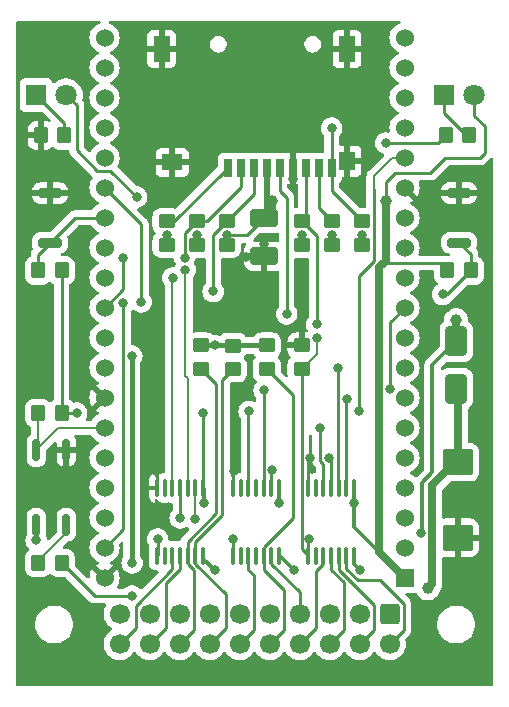
<source format=gbr>
%TF.GenerationSoftware,KiCad,Pcbnew,7.0.9*%
%TF.CreationDate,2024-01-05T00:29:12-06:00*%
%TF.ProjectId,FujiApple-DevKit-IDC-20,46756a69-4170-4706-9c65-2d4465764b69,1.0*%
%TF.SameCoordinates,Original*%
%TF.FileFunction,Copper,L1,Top*%
%TF.FilePolarity,Positive*%
%FSLAX46Y46*%
G04 Gerber Fmt 4.6, Leading zero omitted, Abs format (unit mm)*
G04 Created by KiCad (PCBNEW 7.0.9) date 2024-01-05 00:29:12*
%MOMM*%
%LPD*%
G01*
G04 APERTURE LIST*
G04 Aperture macros list*
%AMRoundRect*
0 Rectangle with rounded corners*
0 $1 Rounding radius*
0 $2 $3 $4 $5 $6 $7 $8 $9 X,Y pos of 4 corners*
0 Add a 4 corners polygon primitive as box body*
4,1,4,$2,$3,$4,$5,$6,$7,$8,$9,$2,$3,0*
0 Add four circle primitives for the rounded corners*
1,1,$1+$1,$2,$3*
1,1,$1+$1,$4,$5*
1,1,$1+$1,$6,$7*
1,1,$1+$1,$8,$9*
0 Add four rect primitives between the rounded corners*
20,1,$1+$1,$2,$3,$4,$5,0*
20,1,$1+$1,$4,$5,$6,$7,0*
20,1,$1+$1,$6,$7,$8,$9,0*
20,1,$1+$1,$8,$9,$2,$3,0*%
G04 Aperture macros list end*
%TA.AperFunction,SMDPad,CuDef*%
%ADD10RoundRect,0.250000X-0.350000X-0.450000X0.350000X-0.450000X0.350000X0.450000X-0.350000X0.450000X0*%
%TD*%
%TA.AperFunction,SMDPad,CuDef*%
%ADD11RoundRect,0.250000X-0.650000X1.000000X-0.650000X-1.000000X0.650000X-1.000000X0.650000X1.000000X0*%
%TD*%
%TA.AperFunction,SMDPad,CuDef*%
%ADD12RoundRect,0.250001X-0.924999X0.499999X-0.924999X-0.499999X0.924999X-0.499999X0.924999X0.499999X0*%
%TD*%
%TA.AperFunction,SMDPad,CuDef*%
%ADD13RoundRect,0.250000X-0.450000X0.350000X-0.450000X-0.350000X0.450000X-0.350000X0.450000X0.350000X0*%
%TD*%
%TA.AperFunction,SMDPad,CuDef*%
%ADD14RoundRect,0.250000X0.350000X0.450000X-0.350000X0.450000X-0.350000X-0.450000X0.350000X-0.450000X0*%
%TD*%
%TA.AperFunction,SMDPad,CuDef*%
%ADD15RoundRect,0.100000X-0.100000X0.637500X-0.100000X-0.637500X0.100000X-0.637500X0.100000X0.637500X0*%
%TD*%
%TA.AperFunction,SMDPad,CuDef*%
%ADD16RoundRect,0.250000X0.450000X-0.350000X0.450000X0.350000X-0.450000X0.350000X-0.450000X-0.350000X0*%
%TD*%
%TA.AperFunction,ComponentPad*%
%ADD17R,1.530000X1.530000*%
%TD*%
%TA.AperFunction,ComponentPad*%
%ADD18C,1.530000*%
%TD*%
%TA.AperFunction,SMDPad,CuDef*%
%ADD19RoundRect,0.250000X-1.025000X0.875000X-1.025000X-0.875000X1.025000X-0.875000X1.025000X0.875000X0*%
%TD*%
%TA.AperFunction,ComponentPad*%
%ADD20RoundRect,0.250000X-0.600000X0.600000X-0.600000X-0.600000X0.600000X-0.600000X0.600000X0.600000X0*%
%TD*%
%TA.AperFunction,ComponentPad*%
%ADD21C,1.700000*%
%TD*%
%TA.AperFunction,SMDPad,CuDef*%
%ADD22RoundRect,0.200000X0.800000X-0.200000X0.800000X0.200000X-0.800000X0.200000X-0.800000X-0.200000X0*%
%TD*%
%TA.AperFunction,SMDPad,CuDef*%
%ADD23RoundRect,0.150000X0.150000X-0.750000X0.150000X0.750000X-0.150000X0.750000X-0.150000X-0.750000X0*%
%TD*%
%TA.AperFunction,ComponentPad*%
%ADD24R,1.800000X1.800000*%
%TD*%
%TA.AperFunction,ComponentPad*%
%ADD25C,1.800000*%
%TD*%
%TA.AperFunction,SMDPad,CuDef*%
%ADD26R,0.700000X1.600000*%
%TD*%
%TA.AperFunction,SMDPad,CuDef*%
%ADD27R,1.400000X1.600000*%
%TD*%
%TA.AperFunction,SMDPad,CuDef*%
%ADD28R,1.400000X2.200000*%
%TD*%
%TA.AperFunction,SMDPad,CuDef*%
%ADD29R,1.800000X1.400000*%
%TD*%
%TA.AperFunction,ViaPad*%
%ADD30C,0.800000*%
%TD*%
%TA.AperFunction,ViaPad*%
%ADD31C,1.000000*%
%TD*%
%TA.AperFunction,Conductor*%
%ADD32C,0.250000*%
%TD*%
%TA.AperFunction,Conductor*%
%ADD33C,0.500000*%
%TD*%
%TA.AperFunction,Conductor*%
%ADD34C,0.300000*%
%TD*%
%TA.AperFunction,Conductor*%
%ADD35C,0.700000*%
%TD*%
%TA.AperFunction,Conductor*%
%ADD36C,0.200000*%
%TD*%
%TA.AperFunction,Conductor*%
%ADD37C,0.400000*%
%TD*%
G04 APERTURE END LIST*
D10*
%TO.P,R12,1*%
%TO.N,/IO21{slash}DRV2*%
X136430000Y-109220000D03*
%TO.P,R12,2*%
%TO.N,+3.3V*%
X138430000Y-109220000D03*
%TD*%
D11*
%TO.P,D3,1,K*%
%TO.N,+5V*%
X171831000Y-103156000D03*
%TO.P,D3,2,A*%
%TO.N,/A2_5V*%
X171831000Y-107156000D03*
%TD*%
D12*
%TO.P,C1,1*%
%TO.N,+3.3V*%
X155575000Y-92710000D03*
%TO.P,C1,2*%
%TO.N,GND*%
X155575000Y-95960000D03*
%TD*%
D13*
%TO.P,R4,1*%
%TO.N,/IO23{slash}SPI_MOSI*%
X152400000Y-92980000D03*
%TO.P,R4,2*%
%TO.N,+3.3V*%
X152400000Y-94980000D03*
%TD*%
D14*
%TO.P,R2,1*%
%TO.N,Net-(D2-K)*%
X138652000Y-85725000D03*
%TO.P,R2,2*%
%TO.N,GND*%
X136652000Y-85725000D03*
%TD*%
D15*
%TO.P,U3,1,VREF_A*%
%TO.N,+3.3V*%
X150405001Y-115572501D03*
%TO.P,U3,2,A1*%
%TO.N,/IO36{slash}DRIVE1*%
X149755001Y-115572501D03*
%TO.P,U3,3,A2*%
%TO.N,/IO14{slash}RDDATA*%
X149105001Y-115572501D03*
%TO.P,U3,4,A3*%
%TO.N,/IO22{slash}WRDATA*%
X148455001Y-115572501D03*
%TO.P,U3,5,A4*%
%TO.N,/IO27{slash}WRPROT{slash}ACK*%
X147805001Y-115572501D03*
%TO.P,U3,6,NC*%
%TO.N,unconnected-(U3-NC-Pad6)*%
X147155001Y-115572501D03*
%TO.P,U3,7,GND*%
%TO.N,GND*%
X146505001Y-115572501D03*
%TO.P,U3,8,EN*%
%TO.N,/IO25{slash}BUF_EN*%
X146505001Y-121297501D03*
%TO.P,U3,9,NC*%
%TO.N,unconnected-(U3-NC-Pad9)*%
X147155001Y-121297501D03*
%TO.P,U3,10,B4*%
%TO.N,/A2_WPROT*%
X147805001Y-121297501D03*
%TO.P,U3,11,B3*%
%TO.N,/A2_WR_DATA*%
X148455001Y-121297501D03*
%TO.P,U3,12,B2*%
%TO.N,/A2_RD_DATA*%
X149105001Y-121297501D03*
%TO.P,U3,13,B1*%
%TO.N,/A2_DRIVE1*%
X149755001Y-121297501D03*
%TO.P,U3,14,VREF_B*%
%TO.N,+5V*%
X150405001Y-121297501D03*
%TD*%
D14*
%TO.P,R11,1*%
%TO.N,/DRIVE2*%
X138430000Y-121920000D03*
%TO.P,R11,2*%
%TO.N,Net-(R11-Pad2)*%
X136430000Y-121920000D03*
%TD*%
D15*
%TO.P,U2,1,VREF_A*%
%TO.N,+3.3V*%
X156845001Y-115572501D03*
%TO.P,U2,2,A1*%
%TO.N,/IO39{slash}EN3.5*%
X156195001Y-115572501D03*
%TO.P,U2,3,A2*%
%TO.N,/IO26{slash}WREQ*%
X155545001Y-115572501D03*
%TO.P,U2,4,A3*%
%TO.N,unconnected-(U2-A3-Pad4)*%
X154895001Y-115572501D03*
%TO.P,U2,5,A4*%
%TO.N,/IO13{slash}HDSEL*%
X154245001Y-115572501D03*
%TO.P,U2,6,NC*%
%TO.N,unconnected-(U2-NC-Pad6)*%
X153595001Y-115572501D03*
%TO.P,U2,7,GND*%
%TO.N,GND*%
X152945001Y-115572501D03*
%TO.P,U2,8,EN*%
%TO.N,/IO25{slash}BUF_EN*%
X152945001Y-121297501D03*
%TO.P,U2,9,NC*%
%TO.N,unconnected-(U2-NC-Pad9)*%
X153595001Y-121297501D03*
%TO.P,U2,10,B4*%
%TO.N,/A2_HDSEL*%
X154245001Y-121297501D03*
%TO.P,U2,11,B3*%
%TO.N,unconnected-(U2-B3-Pad11)*%
X154895001Y-121297501D03*
%TO.P,U2,12,B2*%
%TO.N,/A2_WREQ*%
X155545001Y-121297501D03*
%TO.P,U2,13,B1*%
%TO.N,/A2_EN3.5*%
X156195001Y-121297501D03*
%TO.P,U2,14,VREF_B*%
%TO.N,+5V*%
X156845001Y-121297501D03*
%TD*%
D13*
%TO.P,R7,1*%
%TO.N,Net-(P1-DAT2)*%
X147320000Y-92980000D03*
%TO.P,R7,2*%
%TO.N,+3.3V*%
X147320000Y-94980000D03*
%TD*%
D14*
%TO.P,R9,1*%
%TO.N,/IO0*%
X173085000Y-97155000D03*
%TO.P,R9,2*%
%TO.N,+3.3V*%
X171085000Y-97155000D03*
%TD*%
D13*
%TO.P,R5,1*%
%TO.N,/IO19{slash}SPI_MISO*%
X158750000Y-92980000D03*
%TO.P,R5,2*%
%TO.N,+3.3V*%
X158750000Y-94980000D03*
%TD*%
D10*
%TO.P,R10,1*%
%TO.N,/IO4{slash}SAFE_RESET*%
X136430000Y-97155000D03*
%TO.P,R10,2*%
%TO.N,+3.3V*%
X138430000Y-97155000D03*
%TD*%
D16*
%TO.P,R15,1*%
%TO.N,/A2_WREQ*%
X155800000Y-105505000D03*
%TO.P,R15,2*%
%TO.N,/A2_5V*%
X155800000Y-103505000D03*
%TD*%
D13*
%TO.P,R8,1*%
%TO.N,/IO5{slash}SPI_CS*%
X149860000Y-92980000D03*
%TO.P,R8,2*%
%TO.N,+3.3V*%
X149860000Y-94980000D03*
%TD*%
D17*
%TO.P,U4,1,3V3*%
%TO.N,+3.3V*%
X167462200Y-123180000D03*
D18*
%TO.P,U4,2,EN*%
%TO.N,unconnected-(U4-EN-Pad2)*%
X167462200Y-120640000D03*
%TO.P,U4,3,SENSOR_VP*%
%TO.N,/IO36{slash}DRIVE1*%
X167462200Y-118100000D03*
%TO.P,U4,4,SENSOR_VN*%
%TO.N,/IO39{slash}EN3.5*%
X167462200Y-115560000D03*
%TO.P,U4,5,IO34*%
%TO.N,/IO34{slash}PH2*%
X167462200Y-113020000D03*
%TO.P,U4,6,IO35*%
%TO.N,/IO35{slash}PH3*%
X167462200Y-110480000D03*
%TO.P,U4,7,IO32*%
%TO.N,/IO32{slash}PH0{slash}REQ*%
X167462200Y-107940000D03*
%TO.P,U4,8,IO33*%
%TO.N,/IO33{slash}PH1*%
X167462200Y-105400000D03*
%TO.P,U4,9,IO25*%
%TO.N,/IO25{slash}BUF_EN*%
X167462200Y-102860000D03*
%TO.P,U4,10,IO26*%
%TO.N,/IO26{slash}WREQ*%
X167462200Y-100320000D03*
%TO.P,U4,11,IO27*%
%TO.N,/IO27{slash}WRPROT{slash}ACK*%
X167462200Y-97780000D03*
%TO.P,U4,12,IO14*%
%TO.N,/IO14{slash}RDDATA*%
X167462200Y-95240000D03*
%TO.P,U4,13,IO12*%
%TO.N,/IO12{slash}BUS_LED*%
X167462200Y-92700000D03*
%TO.P,U4,14,GND1*%
%TO.N,GND*%
X167462200Y-90160000D03*
%TO.P,U4,15,IO13*%
%TO.N,/IO13{slash}HDSEL*%
X167462200Y-87620000D03*
%TO.P,U4,16,SD2*%
%TO.N,unconnected-(U4-SD2-Pad16)*%
X167462200Y-85080000D03*
%TO.P,U4,17,SD3*%
%TO.N,unconnected-(U4-SD3-Pad17)*%
X167462200Y-82540000D03*
%TO.P,U4,18,CMD*%
%TO.N,unconnected-(U4-CMD-Pad18)*%
X167462200Y-80000000D03*
%TO.P,U4,19,EXT_5V*%
%TO.N,+5V*%
X167462200Y-77460000D03*
%TO.P,U4,20,CLK*%
%TO.N,unconnected-(U4-CLK-Pad20)*%
X142062200Y-77460000D03*
%TO.P,U4,21,SD0*%
%TO.N,unconnected-(U4-SD0-Pad21)*%
X142062200Y-80000000D03*
%TO.P,U4,22,SD1*%
%TO.N,unconnected-(U4-SD1-Pad22)*%
X142062200Y-82540000D03*
%TO.P,U4,23,IO15*%
%TO.N,/IO15{slash}CD*%
X142062200Y-85080000D03*
%TO.P,U4,24,IO2*%
%TO.N,/IO2{slash}WIFI_LED*%
X142062200Y-87620000D03*
%TO.P,U4,25,IO0*%
%TO.N,/IO0*%
X142062200Y-90160000D03*
%TO.P,U4,26,IO4*%
%TO.N,/IO4{slash}SAFE_RESET*%
X142062200Y-92700000D03*
%TO.P,U4,27,IO16*%
%TO.N,unconnected-(U4-IO16-Pad27)*%
X142062200Y-95240000D03*
%TO.P,U4,28,IO17*%
%TO.N,unconnected-(U4-IO17-Pad28)*%
X142062200Y-97780000D03*
%TO.P,U4,29,IO5*%
%TO.N,/IO5{slash}SPI_CS*%
X142062200Y-100320000D03*
%TO.P,U4,30,IO18*%
%TO.N,/IO18{slash}SPI_CLK*%
X142062200Y-102860000D03*
%TO.P,U4,31,IO19*%
%TO.N,/IO19{slash}SPI_MISO*%
X142062200Y-105400000D03*
%TO.P,U4,32,GND2*%
%TO.N,GND*%
X142062200Y-107940000D03*
%TO.P,U4,33,IO21*%
%TO.N,/IO21{slash}DRV2*%
X142062200Y-110480000D03*
%TO.P,U4,34,RXD0*%
%TO.N,unconnected-(U4-RXD0-Pad34)*%
X142062200Y-113020000D03*
%TO.P,U4,35,TXD0*%
%TO.N,unconnected-(U4-TXD0-Pad35)*%
X142062200Y-115560000D03*
%TO.P,U4,36,IO22*%
%TO.N,/IO22{slash}WRDATA*%
X142062200Y-118100000D03*
%TO.P,U4,37,IO23*%
%TO.N,/IO23{slash}SPI_MOSI*%
X142062200Y-120640000D03*
%TO.P,U4,38,GND3*%
%TO.N,GND*%
X142062200Y-123180000D03*
%TD*%
D15*
%TO.P,U1,1,VREF_A*%
%TO.N,+3.3V*%
X163195001Y-115572501D03*
%TO.P,U1,2,A1*%
%TO.N,/IO32{slash}PH0{slash}REQ*%
X162545001Y-115572501D03*
%TO.P,U1,3,A2*%
%TO.N,/IO33{slash}PH1*%
X161895001Y-115572501D03*
%TO.P,U1,4,A3*%
%TO.N,/IO34{slash}PH2*%
X161245001Y-115572501D03*
%TO.P,U1,5,A4*%
%TO.N,/IO35{slash}PH3*%
X160595001Y-115572501D03*
%TO.P,U1,6,NC*%
%TO.N,unconnected-(U1-NC-Pad6)*%
X159945001Y-115572501D03*
%TO.P,U1,7,GND*%
%TO.N,GND*%
X159295001Y-115572501D03*
%TO.P,U1,8,EN*%
%TO.N,/IO25{slash}BUF_EN*%
X159295001Y-121297501D03*
%TO.P,U1,9,NC*%
%TO.N,unconnected-(U1-NC-Pad9)*%
X159945001Y-121297501D03*
%TO.P,U1,10,B4*%
%TO.N,/A2_PH3*%
X160595001Y-121297501D03*
%TO.P,U1,11,B3*%
%TO.N,/A2_PH2*%
X161245001Y-121297501D03*
%TO.P,U1,12,B2*%
%TO.N,/A2_PH1*%
X161895001Y-121297501D03*
%TO.P,U1,13,B1*%
%TO.N,/A2_PH0*%
X162545001Y-121297501D03*
%TO.P,U1,14,VREF_B*%
%TO.N,+5V*%
X163195001Y-121297501D03*
%TD*%
D16*
%TO.P,R16,1*%
%TO.N,/IO25{slash}BUF_EN*%
X158750000Y-105505000D03*
%TO.P,R16,2*%
%TO.N,GND*%
X158750000Y-103505000D03*
%TD*%
D19*
%TO.P,C2,1*%
%TO.N,/A2_5V*%
X171958000Y-113386000D03*
%TO.P,C2,2*%
%TO.N,GND*%
X171958000Y-119786000D03*
%TD*%
D16*
%TO.P,R13,1*%
%TO.N,/A2_DRIVE1*%
X152908000Y-105521000D03*
%TO.P,R13,2*%
%TO.N,/A2_5V*%
X152908000Y-103521000D03*
%TD*%
D20*
%TO.P,J1,1,Pin_1*%
%TO.N,GND*%
X166203000Y-126238000D03*
D21*
%TO.P,J1,2,Pin_2*%
%TO.N,/A2_PH0*%
X166203000Y-128778000D03*
%TO.P,J1,3,Pin_3*%
%TO.N,GND*%
X163663000Y-126238000D03*
%TO.P,J1,4,Pin_4*%
%TO.N,/A2_PH1*%
X163663000Y-128778000D03*
%TO.P,J1,5,Pin_5*%
%TO.N,GND*%
X161123000Y-126238000D03*
%TO.P,J1,6,Pin_6*%
%TO.N,/A2_PH2*%
X161123000Y-128778000D03*
%TO.P,J1,7,Pin_7*%
%TO.N,/A2_EN3.5*%
X158583000Y-126238000D03*
%TO.P,J1,8,Pin_8*%
%TO.N,/A2_PH3*%
X158583000Y-128778000D03*
%TO.P,J1,9,Pin_9*%
%TO.N,unconnected-(J1-Pin_9-Pad9)*%
X156043000Y-126238000D03*
%TO.P,J1,10,Pin_10*%
%TO.N,/A2_WREQ*%
X156043000Y-128778000D03*
%TO.P,J1,11,Pin_11*%
%TO.N,/A2_5V*%
X153503000Y-126238000D03*
%TO.P,J1,12,Pin_12*%
%TO.N,/A2_HDSEL*%
X153503000Y-128778000D03*
%TO.P,J1,13,Pin_13*%
%TO.N,unconnected-(J1-Pin_13-Pad13)*%
X150963000Y-126238000D03*
%TO.P,J1,14,Pin_14*%
%TO.N,/A2_DRIVE1*%
X150963000Y-128778000D03*
%TO.P,J1,15,Pin_15*%
%TO.N,unconnected-(J1-Pin_15-Pad15)*%
X148423000Y-126238000D03*
%TO.P,J1,16,Pin_16*%
%TO.N,/A2_RD_DATA*%
X148423000Y-128778000D03*
%TO.P,J1,17,Pin_17*%
%TO.N,/DRIVE2*%
X145883000Y-126238000D03*
%TO.P,J1,18,Pin_18*%
%TO.N,/A2_WR_DATA*%
X145883000Y-128778000D03*
%TO.P,J1,19,Pin_19*%
%TO.N,unconnected-(J1-Pin_19-Pad19)*%
X143343000Y-126238000D03*
%TO.P,J1,20,Pin_20*%
%TO.N,/A2_WPROT*%
X143343000Y-128778000D03*
%TD*%
D22*
%TO.P,SW2,1,A*%
%TO.N,/IO4{slash}SAFE_RESET*%
X137445400Y-94810000D03*
%TO.P,SW2,2,B*%
%TO.N,GND*%
X137445400Y-90610000D03*
%TD*%
D13*
%TO.P,R6,1*%
%TO.N,Net-(P1-DAT1)*%
X161290000Y-92980000D03*
%TO.P,R6,2*%
%TO.N,+3.3V*%
X161290000Y-94980000D03*
%TD*%
D14*
%TO.P,R1,1*%
%TO.N,Net-(D1-K)*%
X172958000Y-85725000D03*
%TO.P,R1,2*%
%TO.N,/IO2{slash}WIFI_LED*%
X170958000Y-85725000D03*
%TD*%
D13*
%TO.P,R3,1*%
%TO.N,/IO15{slash}CD*%
X163830000Y-92980000D03*
%TO.P,R3,2*%
%TO.N,+3.3V*%
X163830000Y-94980000D03*
%TD*%
D22*
%TO.P,SW1,1,A*%
%TO.N,/IO0*%
X172085000Y-94790600D03*
%TO.P,SW1,2,B*%
%TO.N,GND*%
X172085000Y-90590600D03*
%TD*%
D23*
%TO.P,U5,1*%
%TO.N,/A2_5V*%
X136271000Y-118668000D03*
%TO.P,U5,2*%
%TO.N,Net-(R11-Pad2)*%
X138811000Y-118668000D03*
%TO.P,U5,3*%
%TO.N,GND*%
X138811000Y-112368000D03*
%TO.P,U5,4*%
%TO.N,/IO21{slash}DRV2*%
X136271000Y-112368000D03*
%TD*%
D24*
%TO.P,D1,1,K*%
%TO.N,Net-(D1-K)*%
X170815000Y-82296000D03*
D25*
%TO.P,D1,2,A*%
%TO.N,+3.3V*%
X173355000Y-82296000D03*
%TD*%
D26*
%TO.P,P1,1,DAT2*%
%TO.N,Net-(P1-DAT2)*%
X152486800Y-88500000D03*
%TO.P,P1,2,DAT3*%
%TO.N,/IO5{slash}SPI_CS*%
X153586800Y-88500000D03*
%TO.P,P1,3,CMD*%
%TO.N,/IO23{slash}SPI_MOSI*%
X154686800Y-88500000D03*
%TO.P,P1,4,VDD*%
%TO.N,+3.3V*%
X155786800Y-88500000D03*
%TO.P,P1,5,CLK*%
%TO.N,/IO18{slash}SPI_CLK*%
X156886800Y-88500000D03*
%TO.P,P1,6,VSS*%
%TO.N,GND*%
X157986800Y-88500000D03*
%TO.P,P1,7,DAT0*%
%TO.N,/IO19{slash}SPI_MISO*%
X159086800Y-88500000D03*
%TO.P,P1,8,DAT1*%
%TO.N,Net-(P1-DAT1)*%
X160186800Y-88500000D03*
%TO.P,P1,9,CD*%
%TO.N,/IO15{slash}CD*%
X161286800Y-88500000D03*
D27*
%TO.P,P1,G1,GND*%
%TO.N,GND*%
X162586800Y-87900000D03*
D28*
%TO.P,P1,G2,GND*%
X162586800Y-78400000D03*
%TO.P,P1,G3,GND*%
X146886800Y-78400000D03*
D29*
%TO.P,P1,G4,GND*%
X147786800Y-88000000D03*
%TD*%
D16*
%TO.P,R14,1*%
%TO.N,/A2_RD_DATA*%
X150241000Y-105505000D03*
%TO.P,R14,2*%
%TO.N,/A2_5V*%
X150241000Y-103505000D03*
%TD*%
D24*
%TO.P,D2,1,K*%
%TO.N,Net-(D2-K)*%
X136271000Y-82296000D03*
D25*
%TO.P,D2,2,A*%
%TO.N,/IO12{slash}BUS_LED*%
X138811000Y-82296000D03*
%TD*%
D30*
%TO.N,GND*%
X168402000Y-128397000D03*
X140208000Y-112395000D03*
X153035000Y-114173000D03*
X160401000Y-79629000D03*
X135763000Y-130937000D03*
X144526000Y-78486000D03*
X164084000Y-78359000D03*
X173736000Y-131064000D03*
X159474500Y-113030000D03*
X158003000Y-89400000D03*
X144653000Y-87757000D03*
X171958000Y-121920000D03*
X164465000Y-87630000D03*
X141605000Y-127508000D03*
X174117000Y-119761000D03*
X146431000Y-114173000D03*
X149479000Y-88011000D03*
X146939000Y-80391000D03*
X154051000Y-96012000D03*
X173990000Y-123444000D03*
X155575000Y-94904000D03*
X135382000Y-123825000D03*
%TO.N,+5V*%
X163720059Y-122537941D03*
D31*
X171831000Y-101346000D03*
D30*
X151384000Y-122555000D03*
X158115000Y-122555000D03*
X168849500Y-119380000D03*
%TO.N,/IO5{slash}SPI_CS*%
X143637000Y-96139000D03*
X148840655Y-96082760D03*
%TO.N,/IO23{slash}SPI_MOSI*%
X143637000Y-99949000D03*
X151257000Y-98933000D03*
%TO.N,/IO12{slash}BUS_LED*%
X144780000Y-90932000D03*
%TO.N,/IO18{slash}SPI_CLK*%
X157480000Y-100838000D03*
%TO.N,/IO19{slash}SPI_MISO*%
X160020000Y-101727000D03*
%TO.N,+3.3V*%
X161290000Y-94179500D03*
X152400000Y-94179500D03*
X163830000Y-94179500D03*
X139700000Y-109220000D03*
X147320000Y-94179500D03*
D31*
X165862000Y-91313000D03*
D30*
X163195000Y-116840000D03*
X156845000Y-116840000D03*
X150454501Y-116840000D03*
X150368000Y-109220000D03*
X158750000Y-94179500D03*
D31*
X156210000Y-91313000D03*
D30*
X149860000Y-94179500D03*
%TO.N,/DRIVE2*%
X144399000Y-124714000D03*
%TO.N,/IO0*%
X170688000Y-99187000D03*
X145161000Y-99822000D03*
%TO.N,/IO15{slash}CD*%
X161290000Y-85090000D03*
%TO.N,/IO2{slash}WIFI_LED*%
X165862000Y-86360000D03*
%TO.N,/IO25{slash}BUF_EN*%
X152908000Y-119888000D03*
X146558000Y-119888000D03*
X160020000Y-102870000D03*
X159385000Y-119888000D03*
%TO.N,/IO32{slash}PH0{slash}REQ*%
X162560000Y-108039500D03*
%TO.N,/IO33{slash}PH1*%
X161798000Y-105410000D03*
%TO.N,/IO34{slash}PH2*%
X161073500Y-113030000D03*
%TO.N,/IO35{slash}PH3*%
X160274000Y-110490000D03*
%TO.N,/IO39{slash}EN3.5*%
X156269502Y-114046000D03*
%TO.N,/IO26{slash}WREQ*%
X155575000Y-107315000D03*
X166243000Y-107188000D03*
%TO.N,/IO13{slash}HDSEL*%
X154305000Y-109093000D03*
X163576000Y-109093000D03*
%TO.N,/IO36{slash}DRIVE1*%
X149733000Y-118237000D03*
%TO.N,/IO14{slash}RDDATA*%
X148900000Y-97080500D03*
%TO.N,/IO22{slash}WRDATA*%
X148463000Y-118110000D03*
%TO.N,/IO27{slash}WRPROT{slash}ACK*%
X147828000Y-97790000D03*
%TO.N,/A2_5V*%
X151384000Y-103505000D03*
X144361500Y-104394000D03*
D31*
X169418000Y-124079000D03*
D30*
X136271000Y-120015000D03*
X144399000Y-121920000D03*
%TD*%
D32*
%TO.N,Net-(D1-K)*%
X170815000Y-83836000D02*
X172704000Y-85725000D01*
X170815000Y-82296000D02*
X170815000Y-83836000D01*
X172704000Y-85725000D02*
X172958000Y-85725000D01*
%TO.N,GND*%
X159295002Y-113209498D02*
X159474500Y-113030000D01*
X152945002Y-114262998D02*
X153035000Y-114173000D01*
D33*
X155575000Y-94904000D02*
X155575000Y-95960000D01*
D32*
X146505002Y-115585002D02*
X146505002Y-114247002D01*
X152945002Y-115585002D02*
X152945002Y-114262998D01*
X146505002Y-114247002D02*
X146431000Y-114173000D01*
X159295002Y-115585002D02*
X159295002Y-113209498D01*
D33*
X154051000Y-96012000D02*
X155523000Y-96012000D01*
X158003000Y-89400000D02*
X158003000Y-88716200D01*
D32*
%TO.N,Net-(D2-K)*%
X138652000Y-85725000D02*
X138652000Y-84677000D01*
X138652000Y-84677000D02*
X136271000Y-82296000D01*
%TO.N,Net-(P1-DAT2)*%
X147320000Y-92980000D02*
X147939000Y-92980000D01*
X152219000Y-88700000D02*
X152486800Y-88700000D01*
X147939000Y-92980000D02*
X152219000Y-88700000D01*
D34*
%TO.N,+5V*%
X168910000Y-115144340D02*
X169799000Y-114255340D01*
D35*
X171831000Y-101346000D02*
X171831000Y-103156000D01*
D34*
X151384000Y-122555000D02*
X150405002Y-121576002D01*
X156894501Y-121334501D02*
X156894501Y-121334499D01*
X168849500Y-119380000D02*
X168910000Y-119319500D01*
X163195002Y-122012884D02*
X163195002Y-121285000D01*
X150405002Y-121576002D02*
X150405002Y-121285000D01*
X158115000Y-122555000D02*
X156894501Y-121334501D01*
X163720059Y-122537941D02*
X163195002Y-122012884D01*
X169799000Y-114255340D02*
X169799000Y-105188000D01*
X168910000Y-119319500D02*
X168910000Y-115144340D01*
X169799000Y-105188000D02*
X171831000Y-103156000D01*
D32*
%TO.N,/IO5{slash}SPI_CS*%
X148835000Y-94005000D02*
X148835000Y-96077105D01*
X143637000Y-96139000D02*
X143637000Y-98745200D01*
X143637000Y-98745200D02*
X142062200Y-100320000D01*
X148835000Y-96077105D02*
X148840655Y-96082760D01*
X153586800Y-90116200D02*
X153586800Y-88700000D01*
X149860000Y-92980000D02*
X148835000Y-94005000D01*
X150723000Y-92980000D02*
X153586800Y-90116200D01*
X149860000Y-92980000D02*
X150723000Y-92980000D01*
%TO.N,/IO23{slash}SPI_MOSI*%
X154686800Y-90693200D02*
X154686800Y-88700000D01*
X152400000Y-92980000D02*
X154686800Y-90693200D01*
X152400000Y-92980000D02*
X151257000Y-94123000D01*
X143637000Y-99949000D02*
X143637000Y-119065200D01*
X143637000Y-119065200D02*
X142062200Y-120640000D01*
X151257000Y-94123000D02*
X151257000Y-98933000D01*
%TO.N,/IO12{slash}BUS_LED*%
X142558000Y-88710000D02*
X141415000Y-88710000D01*
X144780000Y-90932000D02*
X142558000Y-88710000D01*
X139700000Y-86995000D02*
X139700000Y-83185000D01*
X141415000Y-88710000D02*
X139700000Y-86995000D01*
X139700000Y-83185000D02*
X138811000Y-82296000D01*
%TO.N,/IO18{slash}SPI_CLK*%
X156886800Y-90433800D02*
X157480000Y-91027000D01*
X157480000Y-91027000D02*
X157480000Y-100838000D01*
X156886800Y-88700000D02*
X156886800Y-90433800D01*
%TO.N,/IO19{slash}SPI_MISO*%
X160020000Y-101727000D02*
X160020000Y-94250000D01*
X159103000Y-92627000D02*
X159103000Y-88716200D01*
X160020000Y-94250000D02*
X158750000Y-92980000D01*
D35*
%TO.N,+3.3V*%
X156210000Y-92075000D02*
X155575000Y-92710000D01*
D32*
X165862000Y-96331594D02*
X166050406Y-96520000D01*
X174244000Y-87249000D02*
X174244000Y-84963000D01*
X169657100Y-88900000D02*
X170927100Y-87630000D01*
D34*
X156845000Y-116840000D02*
X156845002Y-116839998D01*
D32*
X173355000Y-84074000D02*
X173355000Y-82296000D01*
X170450000Y-96520000D02*
X171085000Y-97155000D01*
X163830000Y-94179500D02*
X163830000Y-94980000D01*
X165862000Y-89662000D02*
X166624000Y-88900000D01*
D34*
X163195000Y-118912800D02*
X163195000Y-116840000D01*
D32*
X166050406Y-96520000D02*
X170450000Y-96520000D01*
D34*
X163195002Y-116839998D02*
X163195000Y-116840000D01*
D32*
X154105500Y-94179500D02*
X155575000Y-92710000D01*
X150405002Y-109257002D02*
X150405002Y-115585002D01*
X166624000Y-88900000D02*
X169657100Y-88900000D01*
D35*
X167462200Y-123180000D02*
X165293000Y-121010800D01*
D32*
X150368000Y-109220000D02*
X150405002Y-109257002D01*
X173863000Y-87630000D02*
X174244000Y-87249000D01*
X149860000Y-94179500D02*
X149860000Y-94980000D01*
X138430000Y-109220000D02*
X139700000Y-109220000D01*
X147320000Y-94980000D02*
X147320000Y-94179500D01*
X165862000Y-91313000D02*
X165862000Y-89662000D01*
D33*
X155803000Y-88716200D02*
X155803000Y-92482000D01*
D32*
X174244000Y-84963000D02*
X173355000Y-84074000D01*
D35*
X156210000Y-91313000D02*
X156210000Y-92075000D01*
D32*
X152400000Y-94179500D02*
X154105500Y-94179500D01*
D34*
X156845002Y-116839998D02*
X156845002Y-115585002D01*
D32*
X158750000Y-94179500D02*
X158750000Y-94980000D01*
X161290000Y-94179500D02*
X161290000Y-94980000D01*
X170927100Y-87630000D02*
X173863000Y-87630000D01*
D34*
X150454501Y-116840000D02*
X150454501Y-115634501D01*
D32*
X138430000Y-109220000D02*
X138430000Y-97155000D01*
D35*
X165293000Y-96900594D02*
X165862000Y-96331594D01*
X165862000Y-96331594D02*
X165862000Y-91313000D01*
D34*
X163195002Y-115585002D02*
X163195002Y-116839998D01*
X167462200Y-123180000D02*
X163195000Y-118912800D01*
D35*
X165293000Y-121010800D02*
X165293000Y-96900594D01*
D32*
X152400000Y-94179500D02*
X152400000Y-94980000D01*
%TO.N,Net-(P1-DAT1)*%
X160186800Y-91876800D02*
X160186800Y-88700000D01*
X161290000Y-92980000D02*
X160186800Y-91876800D01*
%TO.N,/A2_EN3.5*%
X158583000Y-126238000D02*
X158583000Y-124376812D01*
X156195001Y-121988813D02*
X156195001Y-121297501D01*
X158583000Y-124376812D02*
X156195001Y-121988813D01*
%TO.N,/DRIVE2*%
X144399000Y-124714000D02*
X141224000Y-124714000D01*
X141224000Y-124714000D02*
X138430000Y-121920000D01*
%TO.N,/A2_WPROT*%
X143343000Y-128778000D02*
X144708000Y-127413000D01*
X144708000Y-125548000D02*
X147805001Y-122450999D01*
D36*
X147805002Y-121981750D02*
X147805002Y-121285000D01*
D32*
X144708000Y-127413000D02*
X144708000Y-125548000D01*
X147805001Y-122450999D02*
X147805001Y-121297501D01*
%TO.N,/A2_PH0*%
X162545001Y-122388188D02*
X162545001Y-121297501D01*
X165364204Y-123379104D02*
X163535917Y-123379104D01*
X163535917Y-123379104D02*
X162545001Y-122388188D01*
X167378000Y-127603000D02*
X167378000Y-125392900D01*
X166203000Y-128778000D02*
X167378000Y-127603000D01*
X167378000Y-125392900D02*
X165364204Y-123379104D01*
%TO.N,/IO0*%
X171053000Y-99187000D02*
X173085000Y-97155000D01*
X145161000Y-99822000D02*
X145161000Y-93258800D01*
X173085000Y-95790600D02*
X172085000Y-94790600D01*
X170688000Y-99187000D02*
X171053000Y-99187000D01*
X145161000Y-93258800D02*
X142062200Y-90160000D01*
X173085000Y-97155000D02*
X173085000Y-95790600D01*
%TO.N,/A2_PH1*%
X164838000Y-127603000D02*
X164838000Y-125466604D01*
X161895001Y-122523605D02*
X161895001Y-121297501D01*
X164838000Y-125466604D02*
X161895001Y-122523605D01*
X163663000Y-128778000D02*
X164838000Y-127603000D01*
%TO.N,/A2_PH2*%
X162298000Y-127603000D02*
X162298000Y-123563000D01*
X161245001Y-122510001D02*
X161245001Y-121297501D01*
X161123000Y-128778000D02*
X162298000Y-127603000D01*
X162298000Y-123563000D02*
X161245001Y-122510001D01*
%TO.N,/A2_PH3*%
X158583000Y-128778000D02*
X159948000Y-127413000D01*
X160595001Y-121988813D02*
X160595001Y-121297501D01*
X159948000Y-127413000D02*
X159948000Y-122635814D01*
X159948000Y-122635814D02*
X160595001Y-121988813D01*
%TO.N,/A2_WREQ*%
X155545001Y-122525001D02*
X155545001Y-121297501D01*
X156043000Y-128778000D02*
X157218000Y-127603000D01*
X155800000Y-105505000D02*
X157988000Y-107693000D01*
X157988000Y-107693000D02*
X157988000Y-118109894D01*
X157218000Y-127603000D02*
X157218000Y-124198000D01*
X157218000Y-124198000D02*
X155545001Y-122525001D01*
X155545002Y-120552892D02*
X155545002Y-121285000D01*
X157988000Y-118109894D02*
X155545002Y-120552892D01*
%TO.N,/A2_HDSEL*%
X154678000Y-122928000D02*
X154245001Y-122495001D01*
X154678000Y-127603000D02*
X154678000Y-122928000D01*
X154245001Y-122495001D02*
X154245001Y-121297501D01*
X153503000Y-128778000D02*
X154678000Y-127603000D01*
D36*
X154245002Y-121981750D02*
X154245002Y-121285000D01*
D32*
%TO.N,/A2_DRIVE1*%
X152019000Y-117856000D02*
X149755001Y-120119999D01*
X152019000Y-106410000D02*
X152019000Y-117856000D01*
X152328000Y-127413000D02*
X152328000Y-124561812D01*
X150963000Y-128778000D02*
X152328000Y-127413000D01*
X149755001Y-121988813D02*
X149755001Y-121297501D01*
X149755001Y-120119999D02*
X149755001Y-121285000D01*
X152908000Y-105521000D02*
X152019000Y-106410000D01*
X152328000Y-124561812D02*
X149755001Y-121988813D01*
%TO.N,/A2_RD_DATA*%
X149105001Y-122035000D02*
X149105001Y-121297501D01*
X149598000Y-127603000D02*
X149598000Y-122527999D01*
X151511000Y-117727604D02*
X149105002Y-120133602D01*
X149598000Y-122527999D02*
X149105001Y-122035000D01*
X149105002Y-120133602D02*
X149105002Y-121285000D01*
X148423000Y-128778000D02*
X149598000Y-127603000D01*
X150241000Y-105505000D02*
X151511000Y-106775000D01*
X151511000Y-106775000D02*
X151511000Y-117727604D01*
%TO.N,/A2_WR_DATA*%
X145883000Y-128778000D02*
X147248000Y-127413000D01*
X147248000Y-123644396D02*
X148455001Y-122437395D01*
X147248000Y-127413000D02*
X147248000Y-123644396D01*
X148455001Y-122437395D02*
X148455001Y-121297501D01*
%TO.N,/IO15{slash}CD*%
X161290000Y-85090000D02*
X161303000Y-85103000D01*
X161286800Y-88700000D02*
X161286800Y-90436800D01*
X161286800Y-90436800D02*
X163830000Y-92980000D01*
X161303000Y-85103000D02*
X161303000Y-88683800D01*
%TO.N,/IO2{slash}WIFI_LED*%
X165862000Y-86360000D02*
X170323000Y-86360000D01*
X170958000Y-85725000D02*
X170958000Y-85979000D01*
X170323000Y-86360000D02*
X170958000Y-85725000D01*
%TO.N,/IO4{slash}SAFE_RESET*%
X137445400Y-94810000D02*
X139555400Y-92700000D01*
X136430000Y-95825400D02*
X137445400Y-94810000D01*
X139555400Y-92700000D02*
X142062200Y-92700000D01*
X136430000Y-97155000D02*
X136430000Y-95825400D01*
D36*
%TO.N,/IO21{slash}DRV2*%
X136430000Y-109220000D02*
X136430000Y-112209000D01*
X138159000Y-110480000D02*
X142062200Y-110480000D01*
X136271000Y-112368000D02*
X138159000Y-110480000D01*
%TO.N,/IO25{slash}BUF_EN*%
X160020000Y-102870000D02*
X160020000Y-104235000D01*
D32*
X159295002Y-121285000D02*
X158750000Y-120739998D01*
X152908000Y-119888000D02*
X152908000Y-121247998D01*
D36*
X160020000Y-104235000D02*
X158750000Y-105505000D01*
D32*
X146558000Y-119888000D02*
X146558000Y-121232002D01*
X159295002Y-119977998D02*
X159385000Y-119888000D01*
X159295002Y-121285000D02*
X159295002Y-119977998D01*
X158750000Y-120739998D02*
X158750000Y-105505000D01*
%TO.N,/IO32{slash}PH0{slash}REQ*%
X162545001Y-115585002D02*
X162545001Y-108054499D01*
X162545001Y-108054499D02*
X162560000Y-108039500D01*
%TO.N,/IO33{slash}PH1*%
X161895002Y-115585002D02*
X161798000Y-115488000D01*
X161798000Y-115488000D02*
X161798000Y-105410000D01*
%TO.N,/IO34{slash}PH2*%
X161245001Y-113201501D02*
X161073500Y-113030000D01*
X161245001Y-115585002D02*
X161245001Y-113201501D01*
%TO.N,/IO35{slash}PH3*%
X160274000Y-113255805D02*
X160274000Y-110490000D01*
X160595002Y-113576807D02*
X160274000Y-113255805D01*
X160595002Y-115585002D02*
X160595002Y-113576807D01*
%TO.N,/IO39{slash}EN3.5*%
X156195001Y-115585002D02*
X156195001Y-114120501D01*
X156195001Y-114120501D02*
X156269502Y-114046000D01*
%TO.N,/IO26{slash}WREQ*%
X155545002Y-115585002D02*
X155545002Y-107344998D01*
X166243000Y-101539200D02*
X167462200Y-100320000D01*
X166243000Y-107188000D02*
X166243000Y-101539200D01*
X155545002Y-107344998D02*
X155575000Y-107315000D01*
D36*
%TO.N,/IO13{slash}HDSEL*%
X164846000Y-89154000D02*
X164846000Y-90236200D01*
X154305000Y-109093000D02*
X154245002Y-109152998D01*
D32*
X163576000Y-109093000D02*
X163576000Y-97663000D01*
X154245002Y-109152998D02*
X154245002Y-115585002D01*
D36*
X166380000Y-87620000D02*
X164846000Y-89154000D01*
D32*
X164846000Y-92375900D02*
X164846000Y-90236200D01*
X164855000Y-92384900D02*
X164846000Y-92375900D01*
D36*
X167462200Y-87620000D02*
X166380000Y-87620000D01*
D32*
X164855000Y-96384000D02*
X164855000Y-92384900D01*
X163576000Y-97663000D02*
X164855000Y-96384000D01*
D36*
%TO.N,/IO36{slash}DRIVE1*%
X149733000Y-118237000D02*
X149755001Y-118214999D01*
X149755001Y-118214999D02*
X149755001Y-115585002D01*
%TO.N,/IO14{slash}RDDATA*%
X148971000Y-97155000D02*
X148900000Y-97084000D01*
X149105002Y-115585002D02*
X149105002Y-106294746D01*
X149105002Y-106294746D02*
X148900000Y-106089744D01*
X148900000Y-106089744D02*
X148900000Y-97226000D01*
X148900000Y-97084000D02*
X148900000Y-97080500D01*
X148900000Y-97226000D02*
X148971000Y-97155000D01*
D32*
%TO.N,/IO22{slash}WRDATA*%
X148455001Y-115585002D02*
X148455001Y-118102001D01*
X148455001Y-118102001D02*
X148463000Y-118110000D01*
D36*
%TO.N,/IO27{slash}WRPROT{slash}ACK*%
X147805002Y-97812998D02*
X147828000Y-97790000D01*
X147805002Y-115585002D02*
X147805002Y-97812998D01*
%TO.N,Net-(R11-Pad2)*%
X136430000Y-121761000D02*
X138811000Y-119380000D01*
D35*
%TO.N,/A2_5V*%
X169799000Y-115316000D02*
X171729000Y-113386000D01*
X171958000Y-113386000D02*
X171958000Y-107283000D01*
D37*
X136271000Y-120015000D02*
X136271000Y-118668000D01*
X150241000Y-103505000D02*
X151384000Y-103505000D01*
X144399000Y-121920000D02*
X144361500Y-121882500D01*
D35*
X171958000Y-107283000D02*
X171831000Y-107156000D01*
X171729000Y-113386000D02*
X171958000Y-113386000D01*
X169799000Y-123698000D02*
X169799000Y-115316000D01*
D37*
X151384000Y-103505000D02*
X155800000Y-103505000D01*
X144361500Y-121882500D02*
X144361500Y-104394000D01*
D35*
X169418000Y-124079000D02*
X169799000Y-123698000D01*
%TD*%
%TA.AperFunction,Conductor*%
%TO.N,GND*%
G36*
X141661689Y-76030702D02*
G01*
X141708182Y-76084358D01*
X141718286Y-76154632D01*
X141688792Y-76219212D01*
X141629066Y-76257596D01*
X141626190Y-76258403D01*
X141625975Y-76258461D01*
X141624974Y-76258729D01*
X141624969Y-76258731D01*
X141423021Y-76352901D01*
X141240482Y-76480716D01*
X141240478Y-76480719D01*
X141082919Y-76638278D01*
X141082916Y-76638282D01*
X140955101Y-76820821D01*
X140860931Y-77022769D01*
X140860929Y-77022774D01*
X140852553Y-77054035D01*
X140803256Y-77238014D01*
X140783835Y-77460000D01*
X140803256Y-77681986D01*
X140821420Y-77749774D01*
X140860929Y-77897225D01*
X140860931Y-77897230D01*
X140955102Y-78099182D01*
X141082918Y-78281720D01*
X141240479Y-78439281D01*
X141240482Y-78439283D01*
X141240483Y-78439284D01*
X141423017Y-78567097D01*
X141527472Y-78615805D01*
X141580757Y-78662722D01*
X141600218Y-78730999D01*
X141579676Y-78798959D01*
X141527472Y-78844195D01*
X141423021Y-78892901D01*
X141240482Y-79020716D01*
X141240478Y-79020719D01*
X141082919Y-79178278D01*
X141082916Y-79178282D01*
X140955101Y-79360821D01*
X140860931Y-79562769D01*
X140860929Y-79562774D01*
X140818709Y-79720341D01*
X140803256Y-79778014D01*
X140783835Y-80000000D01*
X140803256Y-80221986D01*
X140834163Y-80337332D01*
X140860929Y-80437225D01*
X140860931Y-80437230D01*
X140955102Y-80639182D01*
X141082918Y-80821720D01*
X141240479Y-80979281D01*
X141240482Y-80979283D01*
X141240483Y-80979284D01*
X141423017Y-81107097D01*
X141527472Y-81155805D01*
X141580757Y-81202722D01*
X141600218Y-81270999D01*
X141579676Y-81338959D01*
X141527472Y-81384195D01*
X141423021Y-81432901D01*
X141240482Y-81560716D01*
X141240478Y-81560719D01*
X141082919Y-81718278D01*
X141082916Y-81718282D01*
X140955101Y-81900821D01*
X140860931Y-82102769D01*
X140860929Y-82102774D01*
X140818709Y-82260341D01*
X140803256Y-82318014D01*
X140783835Y-82540000D01*
X140803256Y-82761986D01*
X140822619Y-82834249D01*
X140860929Y-82977225D01*
X140860931Y-82977230D01*
X140955102Y-83179182D01*
X141082918Y-83361720D01*
X141240479Y-83519281D01*
X141240482Y-83519283D01*
X141240483Y-83519284D01*
X141423017Y-83647097D01*
X141527472Y-83695805D01*
X141580757Y-83742722D01*
X141600218Y-83810999D01*
X141579676Y-83878959D01*
X141527472Y-83924195D01*
X141423021Y-83972901D01*
X141240482Y-84100716D01*
X141240478Y-84100719D01*
X141082919Y-84258278D01*
X141082916Y-84258282D01*
X140955101Y-84440821D01*
X140860931Y-84642769D01*
X140860929Y-84642774D01*
X140818709Y-84800341D01*
X140803256Y-84858014D01*
X140783835Y-85080000D01*
X140803256Y-85301986D01*
X140834163Y-85417332D01*
X140860929Y-85517225D01*
X140860931Y-85517230D01*
X140955102Y-85719182D01*
X141082918Y-85901720D01*
X141240479Y-86059281D01*
X141240482Y-86059283D01*
X141240483Y-86059284D01*
X141423017Y-86187097D01*
X141527472Y-86235805D01*
X141580757Y-86282722D01*
X141600218Y-86350999D01*
X141579676Y-86418959D01*
X141527472Y-86464195D01*
X141423021Y-86512901D01*
X141240482Y-86640716D01*
X141240478Y-86640719D01*
X141082919Y-86798278D01*
X141082916Y-86798282D01*
X140955101Y-86980821D01*
X140912411Y-87072371D01*
X140865494Y-87125656D01*
X140797216Y-87145117D01*
X140729256Y-87124575D01*
X140709121Y-87108216D01*
X140370405Y-86769500D01*
X140336379Y-86707188D01*
X140333500Y-86680405D01*
X140333500Y-83268853D01*
X140335249Y-83253011D01*
X140334956Y-83252984D01*
X140335702Y-83245091D01*
X140333500Y-83175028D01*
X140333500Y-83145150D01*
X140333500Y-83145144D01*
X140332620Y-83138182D01*
X140332156Y-83132293D01*
X140330674Y-83085111D01*
X140325017Y-83065642D01*
X140321012Y-83046298D01*
X140318474Y-83026203D01*
X140301100Y-82982322D01*
X140299181Y-82976716D01*
X140286018Y-82931407D01*
X140275706Y-82913970D01*
X140267010Y-82896221D01*
X140259552Y-82877383D01*
X140231812Y-82839203D01*
X140228564Y-82834258D01*
X140204542Y-82793638D01*
X140204540Y-82793636D01*
X140204539Y-82793634D01*
X140202022Y-82791117D01*
X140200678Y-82788657D01*
X140199685Y-82787376D01*
X140199891Y-82787215D01*
X140167996Y-82728805D01*
X140168972Y-82671094D01*
X140205051Y-82528626D01*
X140224327Y-82296000D01*
X140205051Y-82063374D01*
X140163887Y-81900821D01*
X140147750Y-81837096D01*
X140147747Y-81837089D01*
X140095633Y-81718282D01*
X140053984Y-81623331D01*
X139929571Y-81432902D01*
X139926314Y-81427916D01*
X139768225Y-81256186D01*
X139768221Y-81256182D01*
X139676118Y-81184496D01*
X139584017Y-81112810D01*
X139378727Y-81001713D01*
X139378724Y-81001712D01*
X139378723Y-81001711D01*
X139157955Y-80925921D01*
X139157948Y-80925919D01*
X139059411Y-80909476D01*
X138927712Y-80887500D01*
X138694288Y-80887500D01*
X138579066Y-80906727D01*
X138464051Y-80925919D01*
X138464044Y-80925921D01*
X138243276Y-81001711D01*
X138243273Y-81001713D01*
X138037985Y-81112809D01*
X138037983Y-81112810D01*
X137853778Y-81256182D01*
X137849946Y-81259711D01*
X137848581Y-81258228D01*
X137795129Y-81290333D01*
X137724165Y-81288180D01*
X137665630Y-81248003D01*
X137645258Y-81212449D01*
X137621889Y-81149797D01*
X137621887Y-81149792D01*
X137534261Y-81032738D01*
X137417207Y-80945112D01*
X137417202Y-80945110D01*
X137280204Y-80894011D01*
X137280196Y-80894009D01*
X137219649Y-80887500D01*
X137219638Y-80887500D01*
X135322362Y-80887500D01*
X135322350Y-80887500D01*
X135261803Y-80894009D01*
X135261795Y-80894011D01*
X135124797Y-80945110D01*
X135124792Y-80945112D01*
X135007738Y-81032738D01*
X134920112Y-81149792D01*
X134920110Y-81149797D01*
X134869011Y-81286795D01*
X134869009Y-81286803D01*
X134862500Y-81347350D01*
X134862500Y-83244649D01*
X134869009Y-83305196D01*
X134869011Y-83305204D01*
X134920110Y-83442202D01*
X134920112Y-83442207D01*
X135007738Y-83559261D01*
X135124792Y-83646887D01*
X135124794Y-83646888D01*
X135124796Y-83646889D01*
X135183875Y-83668924D01*
X135261795Y-83697988D01*
X135261803Y-83697990D01*
X135322350Y-83704499D01*
X135322355Y-83704499D01*
X135322362Y-83704500D01*
X136731406Y-83704500D01*
X136799527Y-83724502D01*
X136820501Y-83741405D01*
X137453979Y-84374883D01*
X137488005Y-84437195D01*
X137482940Y-84508010D01*
X137440393Y-84564846D01*
X137373873Y-84589657D01*
X137325251Y-84583583D01*
X137156322Y-84527606D01*
X137156318Y-84527605D01*
X137052516Y-84517000D01*
X136906000Y-84517000D01*
X136906000Y-86933000D01*
X137052517Y-86933000D01*
X137052516Y-86932999D01*
X137156318Y-86922394D01*
X137156321Y-86922393D01*
X137324525Y-86866657D01*
X137475339Y-86773634D01*
X137475345Y-86773629D01*
X137562551Y-86686424D01*
X137624863Y-86652398D01*
X137695678Y-86657463D01*
X137740741Y-86686424D01*
X137828341Y-86774024D01*
X137828347Y-86774029D01*
X137828348Y-86774030D01*
X137979262Y-86867115D01*
X138147574Y-86922887D01*
X138251455Y-86933500D01*
X138942151Y-86933499D01*
X139010272Y-86953501D01*
X139056765Y-87007157D01*
X139068089Y-87055537D01*
X139069326Y-87094887D01*
X139069327Y-87094893D01*
X139074977Y-87114339D01*
X139078986Y-87133697D01*
X139081525Y-87153793D01*
X139081526Y-87153799D01*
X139098893Y-87197662D01*
X139100816Y-87203279D01*
X139113982Y-87248593D01*
X139124294Y-87266031D01*
X139132988Y-87283779D01*
X139140444Y-87302609D01*
X139140450Y-87302620D01*
X139168177Y-87340783D01*
X139171437Y-87345746D01*
X139195460Y-87386365D01*
X139209779Y-87400684D01*
X139222617Y-87415714D01*
X139230923Y-87427145D01*
X139234528Y-87432107D01*
X139257245Y-87450900D01*
X139270886Y-87462185D01*
X139275267Y-87466171D01*
X140107668Y-88298572D01*
X140907753Y-89098657D01*
X140917720Y-89111097D01*
X140917947Y-89110910D01*
X140922999Y-89117017D01*
X140974095Y-89164999D01*
X140995225Y-89186130D01*
X141000768Y-89190430D01*
X141005281Y-89194285D01*
X141033384Y-89220675D01*
X141069350Y-89281888D01*
X141066513Y-89352828D01*
X141050346Y-89384796D01*
X140955100Y-89520822D01*
X140860931Y-89722769D01*
X140860929Y-89722774D01*
X140825269Y-89855859D01*
X140803256Y-89938014D01*
X140783835Y-90160000D01*
X140803256Y-90381986D01*
X140806759Y-90395058D01*
X140860929Y-90597225D01*
X140860931Y-90597230D01*
X140955102Y-90799182D01*
X141082918Y-90981720D01*
X141240479Y-91139281D01*
X141240482Y-91139283D01*
X141240483Y-91139284D01*
X141423017Y-91267097D01*
X141527472Y-91315805D01*
X141580757Y-91362722D01*
X141600218Y-91430999D01*
X141579676Y-91498959D01*
X141527472Y-91544195D01*
X141423021Y-91592901D01*
X141240482Y-91720716D01*
X141240478Y-91720719D01*
X141082919Y-91878278D01*
X141082916Y-91878282D01*
X140988746Y-92012771D01*
X140933289Y-92057099D01*
X140885533Y-92066500D01*
X139639254Y-92066500D01*
X139623412Y-92064750D01*
X139623385Y-92065044D01*
X139615492Y-92064297D01*
X139545429Y-92066500D01*
X139515544Y-92066500D01*
X139515540Y-92066500D01*
X139515529Y-92066501D01*
X139508590Y-92067377D01*
X139502677Y-92067843D01*
X139455511Y-92069325D01*
X139436050Y-92074979D01*
X139416704Y-92078985D01*
X139396604Y-92081525D01*
X139396603Y-92081525D01*
X139352735Y-92098893D01*
X139347120Y-92100815D01*
X139301813Y-92113978D01*
X139301804Y-92113982D01*
X139284362Y-92124297D01*
X139266615Y-92132991D01*
X139247783Y-92140447D01*
X139247781Y-92140448D01*
X139209614Y-92168178D01*
X139204654Y-92171436D01*
X139164036Y-92195459D01*
X139164033Y-92195461D01*
X139149712Y-92209783D01*
X139134683Y-92222619D01*
X139118293Y-92234527D01*
X139088208Y-92270892D01*
X139084212Y-92275283D01*
X137494898Y-93864595D01*
X137432586Y-93898621D01*
X137405803Y-93901500D01*
X136588138Y-93901500D01*
X136516753Y-93907986D01*
X136516752Y-93907986D01*
X136352493Y-93959170D01*
X136352488Y-93959172D01*
X136205244Y-94048184D01*
X136205239Y-94048188D01*
X136083588Y-94169839D01*
X136083584Y-94169844D01*
X135994572Y-94317088D01*
X135994570Y-94317093D01*
X135943386Y-94481353D01*
X135936900Y-94552737D01*
X135936900Y-95067261D01*
X135943386Y-95138645D01*
X135986644Y-95277468D01*
X135987813Y-95348455D01*
X135956335Y-95402532D01*
X135956482Y-95402661D01*
X135955830Y-95403399D01*
X135955465Y-95404028D01*
X135953866Y-95405627D01*
X135949560Y-95411177D01*
X135945714Y-95415679D01*
X135913417Y-95450074D01*
X135913411Y-95450083D01*
X135903651Y-95467835D01*
X135892803Y-95484350D01*
X135880386Y-95500358D01*
X135861645Y-95543664D01*
X135859034Y-95548994D01*
X135836305Y-95590339D01*
X135836303Y-95590344D01*
X135831267Y-95609959D01*
X135824864Y-95628662D01*
X135816819Y-95647252D01*
X135809437Y-95693856D01*
X135808233Y-95699668D01*
X135796500Y-95745368D01*
X135796500Y-95765623D01*
X135794949Y-95785333D01*
X135791780Y-95805342D01*
X135791780Y-95805343D01*
X135796220Y-95852317D01*
X135796500Y-95858250D01*
X135796500Y-95918360D01*
X135776498Y-95986481D01*
X135736648Y-96025599D01*
X135735194Y-96026497D01*
X135606347Y-96105970D01*
X135606341Y-96105975D01*
X135480975Y-96231341D01*
X135480970Y-96231347D01*
X135387885Y-96382262D01*
X135332113Y-96550572D01*
X135332112Y-96550579D01*
X135321500Y-96654446D01*
X135321500Y-97655544D01*
X135332112Y-97759425D01*
X135387885Y-97927738D01*
X135480970Y-98078652D01*
X135480975Y-98078658D01*
X135606341Y-98204024D01*
X135606347Y-98204029D01*
X135606348Y-98204030D01*
X135757262Y-98297115D01*
X135925574Y-98352887D01*
X136029455Y-98363500D01*
X136830544Y-98363499D01*
X136934426Y-98352887D01*
X137102738Y-98297115D01*
X137253652Y-98204030D01*
X137296128Y-98161554D01*
X137340905Y-98116778D01*
X137403217Y-98082752D01*
X137474032Y-98087817D01*
X137519095Y-98116778D01*
X137606341Y-98204024D01*
X137606347Y-98204029D01*
X137606348Y-98204030D01*
X137736648Y-98284400D01*
X137784125Y-98337185D01*
X137796500Y-98391640D01*
X137796500Y-107983360D01*
X137776498Y-108051481D01*
X137736648Y-108090599D01*
X137678442Y-108126501D01*
X137606347Y-108170970D01*
X137606341Y-108170975D01*
X137519095Y-108258222D01*
X137456783Y-108292248D01*
X137385968Y-108287183D01*
X137340905Y-108258222D01*
X137253658Y-108170975D01*
X137253652Y-108170970D01*
X137226204Y-108154040D01*
X137102738Y-108077885D01*
X137018582Y-108049999D01*
X136934427Y-108022113D01*
X136934420Y-108022112D01*
X136830553Y-108011500D01*
X136029455Y-108011500D01*
X135925574Y-108022112D01*
X135757261Y-108077885D01*
X135606347Y-108170970D01*
X135606341Y-108170975D01*
X135480975Y-108296341D01*
X135480970Y-108296347D01*
X135387885Y-108447262D01*
X135332113Y-108615572D01*
X135332112Y-108615579D01*
X135321500Y-108719446D01*
X135321500Y-109720544D01*
X135332112Y-109824425D01*
X135387885Y-109992738D01*
X135480970Y-110143652D01*
X135480975Y-110143658D01*
X135606341Y-110269024D01*
X135606347Y-110269029D01*
X135606348Y-110269030D01*
X135757262Y-110362115D01*
X135757264Y-110362115D01*
X135761647Y-110364819D01*
X135809125Y-110417605D01*
X135821500Y-110472060D01*
X135821500Y-110958216D01*
X135801498Y-111026337D01*
X135759640Y-111066669D01*
X135714193Y-111093546D01*
X135714189Y-111093549D01*
X135596549Y-111211189D01*
X135596544Y-111211196D01*
X135511856Y-111354394D01*
X135465437Y-111514170D01*
X135462500Y-111551494D01*
X135462500Y-113184506D01*
X135465437Y-113221829D01*
X135511856Y-113381605D01*
X135596544Y-113524803D01*
X135596549Y-113524810D01*
X135714189Y-113642450D01*
X135714196Y-113642455D01*
X135857394Y-113727143D01*
X135857397Y-113727143D01*
X135857399Y-113727145D01*
X136017169Y-113773562D01*
X136024634Y-113774149D01*
X136054494Y-113776500D01*
X136054498Y-113776500D01*
X136487506Y-113776500D01*
X136512913Y-113774500D01*
X136524831Y-113773562D01*
X136684601Y-113727145D01*
X136684603Y-113727143D01*
X136684605Y-113727143D01*
X136776486Y-113672804D01*
X136827807Y-113642453D01*
X136945453Y-113524807D01*
X137010631Y-113414598D01*
X137030143Y-113381605D01*
X137030143Y-113381603D01*
X137030145Y-113381601D01*
X137076562Y-113221831D01*
X137079500Y-113184502D01*
X137079500Y-112622000D01*
X138003001Y-112622000D01*
X138003001Y-113184458D01*
X138005934Y-113221750D01*
X138052318Y-113381400D01*
X138136948Y-113524501D01*
X138136949Y-113524503D01*
X138254497Y-113642051D01*
X138397600Y-113726681D01*
X138557000Y-113772991D01*
X138557000Y-112622000D01*
X139065000Y-112622000D01*
X139065000Y-113772991D01*
X139224399Y-113726681D01*
X139367502Y-113642051D01*
X139485050Y-113524503D01*
X139485051Y-113524501D01*
X139569681Y-113381401D01*
X139616065Y-113221749D01*
X139619000Y-113184461D01*
X139619000Y-112622000D01*
X139065000Y-112622000D01*
X138557000Y-112622000D01*
X138003001Y-112622000D01*
X137079500Y-112622000D01*
X137079500Y-112472239D01*
X137099502Y-112404118D01*
X137116405Y-112383144D01*
X137787905Y-111711644D01*
X137850217Y-111677618D01*
X137921032Y-111682683D01*
X137977868Y-111725230D01*
X138002679Y-111791750D01*
X138003000Y-111800739D01*
X138003000Y-112114000D01*
X139618999Y-112114000D01*
X139618999Y-111551542D01*
X139616065Y-111514249D01*
X139569681Y-111354599D01*
X139524759Y-111278639D01*
X139507300Y-111209823D01*
X139529817Y-111142491D01*
X139585162Y-111098022D01*
X139633213Y-111088500D01*
X140868027Y-111088500D01*
X140936148Y-111108502D01*
X140971238Y-111142226D01*
X141082916Y-111301717D01*
X141082919Y-111301720D01*
X141082923Y-111301725D01*
X141240479Y-111459281D01*
X141240482Y-111459283D01*
X141240483Y-111459284D01*
X141423017Y-111587097D01*
X141527472Y-111635805D01*
X141580757Y-111682722D01*
X141600218Y-111750999D01*
X141579676Y-111818959D01*
X141527472Y-111864195D01*
X141423021Y-111912901D01*
X141240482Y-112040716D01*
X141240478Y-112040719D01*
X141082919Y-112198278D01*
X141082916Y-112198282D01*
X140955101Y-112380821D01*
X140860931Y-112582769D01*
X140860929Y-112582774D01*
X140850419Y-112622000D01*
X140803256Y-112798014D01*
X140783835Y-113020000D01*
X140803256Y-113241986D01*
X140833724Y-113355693D01*
X140860929Y-113457225D01*
X140860931Y-113457230D01*
X140955102Y-113659182D01*
X141082918Y-113841720D01*
X141240479Y-113999281D01*
X141240482Y-113999283D01*
X141240483Y-113999284D01*
X141423017Y-114127097D01*
X141527472Y-114175805D01*
X141580757Y-114222722D01*
X141600218Y-114290999D01*
X141579676Y-114358959D01*
X141527472Y-114404195D01*
X141423021Y-114452901D01*
X141240482Y-114580716D01*
X141240478Y-114580719D01*
X141082919Y-114738278D01*
X141082916Y-114738282D01*
X140955101Y-114920821D01*
X140860931Y-115122769D01*
X140860929Y-115122774D01*
X140818709Y-115280341D01*
X140803256Y-115338014D01*
X140783835Y-115560000D01*
X140803256Y-115781986D01*
X140834163Y-115897332D01*
X140860929Y-115997225D01*
X140860931Y-115997230D01*
X140955102Y-116199182D01*
X141082918Y-116381720D01*
X141240479Y-116539281D01*
X141240482Y-116539283D01*
X141240483Y-116539284D01*
X141423017Y-116667097D01*
X141527472Y-116715805D01*
X141580757Y-116762722D01*
X141600218Y-116830999D01*
X141579676Y-116898959D01*
X141527472Y-116944195D01*
X141423021Y-116992901D01*
X141240482Y-117120716D01*
X141240478Y-117120719D01*
X141082919Y-117278278D01*
X141082916Y-117278282D01*
X140955101Y-117460821D01*
X140860931Y-117662769D01*
X140860929Y-117662774D01*
X140837959Y-117748500D01*
X140803256Y-117878014D01*
X140783835Y-118100000D01*
X140803256Y-118321986D01*
X140834163Y-118437332D01*
X140860929Y-118537225D01*
X140860931Y-118537230D01*
X140955102Y-118739182D01*
X141082918Y-118921720D01*
X141240479Y-119079281D01*
X141240482Y-119079283D01*
X141240483Y-119079284D01*
X141423017Y-119207097D01*
X141527472Y-119255805D01*
X141580757Y-119302722D01*
X141600218Y-119370999D01*
X141579676Y-119438959D01*
X141527472Y-119484195D01*
X141423021Y-119532901D01*
X141240482Y-119660716D01*
X141240478Y-119660719D01*
X141082919Y-119818278D01*
X141082916Y-119818282D01*
X140955101Y-120000821D01*
X140860931Y-120202769D01*
X140860929Y-120202774D01*
X140837959Y-120288500D01*
X140803256Y-120418014D01*
X140783835Y-120640000D01*
X140803256Y-120861986D01*
X140821421Y-120929777D01*
X140860929Y-121077225D01*
X140860931Y-121077230D01*
X140955102Y-121279182D01*
X141082918Y-121461720D01*
X141240479Y-121619281D01*
X141240482Y-121619283D01*
X141240483Y-121619284D01*
X141423017Y-121747097D01*
X141528064Y-121796081D01*
X141581349Y-121842998D01*
X141600810Y-121911275D01*
X141580268Y-121979235D01*
X141528065Y-122024470D01*
X141423270Y-122073337D01*
X141423268Y-122073338D01*
X141359439Y-122118030D01*
X141925779Y-122684370D01*
X141917039Y-122685627D01*
X141783638Y-122746549D01*
X141672805Y-122842587D01*
X141593518Y-122965960D01*
X141569782Y-123046792D01*
X141000230Y-122477239D01*
X140955539Y-122541067D01*
X140861403Y-122742942D01*
X140861401Y-122742946D01*
X140803750Y-122958105D01*
X140803749Y-122958110D01*
X140791922Y-123093291D01*
X140766059Y-123159409D01*
X140708555Y-123201048D01*
X140637668Y-123204988D01*
X140577307Y-123171403D01*
X140499195Y-123093291D01*
X139575404Y-122169499D01*
X139541378Y-122107187D01*
X139538499Y-122080404D01*
X139538499Y-121419455D01*
X139527887Y-121315574D01*
X139515828Y-121279182D01*
X139472115Y-121147262D01*
X139379030Y-120996348D01*
X139379029Y-120996347D01*
X139379024Y-120996341D01*
X139253658Y-120870975D01*
X139253652Y-120870970D01*
X139203265Y-120839891D01*
X139102738Y-120777885D01*
X138994853Y-120742136D01*
X138934427Y-120722113D01*
X138934420Y-120722112D01*
X138830553Y-120711500D01*
X138830545Y-120711500D01*
X138644239Y-120711500D01*
X138576118Y-120691498D01*
X138529625Y-120637842D01*
X138519521Y-120567568D01*
X138549015Y-120502988D01*
X138555144Y-120496404D01*
X138664988Y-120386561D01*
X138938145Y-120113404D01*
X139000457Y-120079379D01*
X139027240Y-120076500D01*
X139027506Y-120076500D01*
X139052388Y-120074541D01*
X139064831Y-120073562D01*
X139224601Y-120027145D01*
X139224603Y-120027143D01*
X139224605Y-120027143D01*
X139322017Y-119969533D01*
X139367807Y-119942453D01*
X139485453Y-119824807D01*
X139551084Y-119713832D01*
X139570143Y-119681605D01*
X139570143Y-119681603D01*
X139570145Y-119681601D01*
X139616562Y-119521831D01*
X139619500Y-119484502D01*
X139619500Y-117851498D01*
X139619184Y-117847489D01*
X139616562Y-117814170D01*
X139614832Y-117808214D01*
X139570145Y-117654399D01*
X139570143Y-117654397D01*
X139570143Y-117654394D01*
X139485455Y-117511196D01*
X139485450Y-117511189D01*
X139367810Y-117393549D01*
X139367803Y-117393544D01*
X139224605Y-117308856D01*
X139064829Y-117262437D01*
X139027506Y-117259500D01*
X139027502Y-117259500D01*
X138594498Y-117259500D01*
X138594494Y-117259500D01*
X138557170Y-117262437D01*
X138397394Y-117308856D01*
X138254196Y-117393544D01*
X138254189Y-117393549D01*
X138136549Y-117511189D01*
X138136544Y-117511196D01*
X138051856Y-117654394D01*
X138005437Y-117814170D01*
X138002500Y-117851494D01*
X138002500Y-119275759D01*
X137982498Y-119343880D01*
X137965595Y-119364855D01*
X137383750Y-119946699D01*
X137321438Y-119980724D01*
X137250622Y-119975659D01*
X137193787Y-119933112D01*
X137169345Y-119870772D01*
X137167644Y-119854591D01*
X137164542Y-119825072D01*
X137105527Y-119643444D01*
X137089624Y-119615899D01*
X137072887Y-119546908D01*
X137075996Y-119528278D01*
X137075404Y-119528170D01*
X137076559Y-119521841D01*
X137076562Y-119521831D01*
X137079500Y-119484502D01*
X137079500Y-117851498D01*
X137079184Y-117847489D01*
X137076562Y-117814170D01*
X137074832Y-117808214D01*
X137030145Y-117654399D01*
X137030143Y-117654397D01*
X137030143Y-117654394D01*
X136945455Y-117511196D01*
X136945450Y-117511189D01*
X136827810Y-117393549D01*
X136827803Y-117393544D01*
X136684605Y-117308856D01*
X136524829Y-117262437D01*
X136487506Y-117259500D01*
X136487502Y-117259500D01*
X136054498Y-117259500D01*
X136054494Y-117259500D01*
X136017170Y-117262437D01*
X135857394Y-117308856D01*
X135714196Y-117393544D01*
X135714189Y-117393549D01*
X135596549Y-117511189D01*
X135596544Y-117511196D01*
X135511856Y-117654394D01*
X135465437Y-117814170D01*
X135462500Y-117851494D01*
X135462500Y-119484506D01*
X135465437Y-119521829D01*
X135466595Y-119528166D01*
X135464222Y-119528599D01*
X135464048Y-119588750D01*
X135452375Y-119615899D01*
X135436477Y-119643436D01*
X135436473Y-119643445D01*
X135377457Y-119825072D01*
X135357496Y-120015000D01*
X135377457Y-120204927D01*
X135404612Y-120288500D01*
X135436473Y-120386556D01*
X135436476Y-120386561D01*
X135531958Y-120551941D01*
X135531961Y-120551945D01*
X135642132Y-120674303D01*
X135672849Y-120738311D01*
X135664084Y-120808764D01*
X135618621Y-120863295D01*
X135614645Y-120865852D01*
X135606349Y-120870968D01*
X135606341Y-120870975D01*
X135480975Y-120996341D01*
X135480970Y-120996347D01*
X135387885Y-121147262D01*
X135332113Y-121315572D01*
X135332112Y-121315579D01*
X135321500Y-121419446D01*
X135321500Y-122420544D01*
X135332112Y-122524425D01*
X135387885Y-122692738D01*
X135480970Y-122843652D01*
X135480975Y-122843658D01*
X135606341Y-122969024D01*
X135606347Y-122969029D01*
X135606348Y-122969030D01*
X135757262Y-123062115D01*
X135925574Y-123117887D01*
X136029455Y-123128500D01*
X136830544Y-123128499D01*
X136934426Y-123117887D01*
X137102738Y-123062115D01*
X137253652Y-122969030D01*
X137296353Y-122926329D01*
X137340905Y-122881778D01*
X137403217Y-122847752D01*
X137474032Y-122852817D01*
X137519095Y-122881778D01*
X137606341Y-122969024D01*
X137606347Y-122969029D01*
X137606348Y-122969030D01*
X137757262Y-123062115D01*
X137925574Y-123117887D01*
X138029455Y-123128500D01*
X138690405Y-123128499D01*
X138758526Y-123148501D01*
X138779500Y-123165404D01*
X140716753Y-125102657D01*
X140726720Y-125115097D01*
X140726947Y-125114910D01*
X140731999Y-125121017D01*
X140732000Y-125121018D01*
X140783095Y-125168999D01*
X140804231Y-125190135D01*
X140809770Y-125194431D01*
X140814282Y-125198285D01*
X140848679Y-125230586D01*
X140866427Y-125240342D01*
X140882957Y-125251201D01*
X140898959Y-125263614D01*
X140941459Y-125282004D01*
X140942262Y-125282352D01*
X140947583Y-125284958D01*
X140988940Y-125307695D01*
X140988948Y-125307697D01*
X141008558Y-125312732D01*
X141027267Y-125319137D01*
X141045855Y-125327181D01*
X141092477Y-125334564D01*
X141098262Y-125335763D01*
X141143970Y-125347500D01*
X141164224Y-125347500D01*
X141183934Y-125349051D01*
X141186141Y-125349400D01*
X141203943Y-125352220D01*
X141237870Y-125349012D01*
X141250917Y-125347780D01*
X141256850Y-125347500D01*
X142069229Y-125347500D01*
X142137350Y-125367502D01*
X142183843Y-125421158D01*
X142193947Y-125491432D01*
X142174712Y-125542413D01*
X142144140Y-125589209D01*
X142053703Y-125795386D01*
X142053702Y-125795387D01*
X141998437Y-126013624D01*
X141998436Y-126013630D01*
X141998436Y-126013632D01*
X141979844Y-126238000D01*
X141997232Y-126447844D01*
X141998437Y-126462375D01*
X142053702Y-126680612D01*
X142053703Y-126680613D01*
X142144141Y-126886793D01*
X142267275Y-127075265D01*
X142267279Y-127075270D01*
X142419762Y-127240908D01*
X142474331Y-127283381D01*
X142597424Y-127379189D01*
X142630680Y-127397186D01*
X142681071Y-127447200D01*
X142696423Y-127516516D01*
X142671862Y-127583129D01*
X142630680Y-127618813D01*
X142597426Y-127636810D01*
X142597424Y-127636811D01*
X142419762Y-127775091D01*
X142267279Y-127940729D01*
X142267275Y-127940734D01*
X142144141Y-128129206D01*
X142053703Y-128335386D01*
X142053702Y-128335387D01*
X141998437Y-128553624D01*
X141998437Y-128553627D01*
X141998436Y-128553632D01*
X141984029Y-128727500D01*
X141979844Y-128778000D01*
X141998437Y-129002375D01*
X142053702Y-129220612D01*
X142053703Y-129220613D01*
X142144141Y-129426793D01*
X142267275Y-129615265D01*
X142267279Y-129615270D01*
X142419762Y-129780908D01*
X142474331Y-129823381D01*
X142597424Y-129919189D01*
X142795426Y-130026342D01*
X142795427Y-130026342D01*
X142795428Y-130026343D01*
X142907227Y-130064723D01*
X143008365Y-130099444D01*
X143230431Y-130136500D01*
X143230435Y-130136500D01*
X143455565Y-130136500D01*
X143455569Y-130136500D01*
X143677635Y-130099444D01*
X143890574Y-130026342D01*
X144088576Y-129919189D01*
X144266240Y-129780906D01*
X144418722Y-129615268D01*
X144507518Y-129479354D01*
X144561520Y-129433268D01*
X144631868Y-129423692D01*
X144696225Y-129453669D01*
X144718480Y-129479353D01*
X144751607Y-129530058D01*
X144807275Y-129615265D01*
X144807279Y-129615270D01*
X144959762Y-129780908D01*
X145014331Y-129823381D01*
X145137424Y-129919189D01*
X145335426Y-130026342D01*
X145335427Y-130026342D01*
X145335428Y-130026343D01*
X145447227Y-130064723D01*
X145548365Y-130099444D01*
X145770431Y-130136500D01*
X145770435Y-130136500D01*
X145995565Y-130136500D01*
X145995569Y-130136500D01*
X146217635Y-130099444D01*
X146430574Y-130026342D01*
X146628576Y-129919189D01*
X146806240Y-129780906D01*
X146958722Y-129615268D01*
X147047518Y-129479354D01*
X147101520Y-129433268D01*
X147171868Y-129423692D01*
X147236225Y-129453669D01*
X147258480Y-129479353D01*
X147291607Y-129530058D01*
X147347275Y-129615265D01*
X147347279Y-129615270D01*
X147499762Y-129780908D01*
X147554331Y-129823381D01*
X147677424Y-129919189D01*
X147875426Y-130026342D01*
X147875427Y-130026342D01*
X147875428Y-130026343D01*
X147987227Y-130064723D01*
X148088365Y-130099444D01*
X148310431Y-130136500D01*
X148310435Y-130136500D01*
X148535565Y-130136500D01*
X148535569Y-130136500D01*
X148757635Y-130099444D01*
X148970574Y-130026342D01*
X149168576Y-129919189D01*
X149346240Y-129780906D01*
X149498722Y-129615268D01*
X149587518Y-129479354D01*
X149641520Y-129433268D01*
X149711868Y-129423692D01*
X149776225Y-129453669D01*
X149798480Y-129479353D01*
X149831607Y-129530058D01*
X149887275Y-129615265D01*
X149887279Y-129615270D01*
X150039762Y-129780908D01*
X150094331Y-129823381D01*
X150217424Y-129919189D01*
X150415426Y-130026342D01*
X150415427Y-130026342D01*
X150415428Y-130026343D01*
X150527227Y-130064723D01*
X150628365Y-130099444D01*
X150850431Y-130136500D01*
X150850435Y-130136500D01*
X151075565Y-130136500D01*
X151075569Y-130136500D01*
X151297635Y-130099444D01*
X151510574Y-130026342D01*
X151708576Y-129919189D01*
X151886240Y-129780906D01*
X152038722Y-129615268D01*
X152127518Y-129479354D01*
X152181520Y-129433268D01*
X152251868Y-129423692D01*
X152316225Y-129453669D01*
X152338480Y-129479353D01*
X152371607Y-129530058D01*
X152427275Y-129615265D01*
X152427279Y-129615270D01*
X152579762Y-129780908D01*
X152634331Y-129823381D01*
X152757424Y-129919189D01*
X152955426Y-130026342D01*
X152955427Y-130026342D01*
X152955428Y-130026343D01*
X153067227Y-130064723D01*
X153168365Y-130099444D01*
X153390431Y-130136500D01*
X153390435Y-130136500D01*
X153615565Y-130136500D01*
X153615569Y-130136500D01*
X153837635Y-130099444D01*
X154050574Y-130026342D01*
X154248576Y-129919189D01*
X154426240Y-129780906D01*
X154578722Y-129615268D01*
X154667518Y-129479354D01*
X154721520Y-129433268D01*
X154791868Y-129423692D01*
X154856225Y-129453669D01*
X154878480Y-129479353D01*
X154911607Y-129530058D01*
X154967275Y-129615265D01*
X154967279Y-129615270D01*
X155119762Y-129780908D01*
X155174331Y-129823381D01*
X155297424Y-129919189D01*
X155495426Y-130026342D01*
X155495427Y-130026342D01*
X155495428Y-130026343D01*
X155607227Y-130064723D01*
X155708365Y-130099444D01*
X155930431Y-130136500D01*
X155930435Y-130136500D01*
X156155565Y-130136500D01*
X156155569Y-130136500D01*
X156377635Y-130099444D01*
X156590574Y-130026342D01*
X156788576Y-129919189D01*
X156966240Y-129780906D01*
X157118722Y-129615268D01*
X157207518Y-129479354D01*
X157261520Y-129433268D01*
X157331868Y-129423692D01*
X157396225Y-129453669D01*
X157418480Y-129479353D01*
X157451607Y-129530058D01*
X157507275Y-129615265D01*
X157507279Y-129615270D01*
X157659762Y-129780908D01*
X157714331Y-129823381D01*
X157837424Y-129919189D01*
X158035426Y-130026342D01*
X158035427Y-130026342D01*
X158035428Y-130026343D01*
X158147227Y-130064723D01*
X158248365Y-130099444D01*
X158470431Y-130136500D01*
X158470435Y-130136500D01*
X158695565Y-130136500D01*
X158695569Y-130136500D01*
X158917635Y-130099444D01*
X159130574Y-130026342D01*
X159328576Y-129919189D01*
X159506240Y-129780906D01*
X159658722Y-129615268D01*
X159747518Y-129479354D01*
X159801520Y-129433268D01*
X159871868Y-129423692D01*
X159936225Y-129453669D01*
X159958480Y-129479353D01*
X159991607Y-129530058D01*
X160047275Y-129615265D01*
X160047279Y-129615270D01*
X160199762Y-129780908D01*
X160254331Y-129823381D01*
X160377424Y-129919189D01*
X160575426Y-130026342D01*
X160575427Y-130026342D01*
X160575428Y-130026343D01*
X160687227Y-130064723D01*
X160788365Y-130099444D01*
X161010431Y-130136500D01*
X161010435Y-130136500D01*
X161235565Y-130136500D01*
X161235569Y-130136500D01*
X161457635Y-130099444D01*
X161670574Y-130026342D01*
X161868576Y-129919189D01*
X162046240Y-129780906D01*
X162198722Y-129615268D01*
X162287518Y-129479354D01*
X162341520Y-129433268D01*
X162411868Y-129423692D01*
X162476225Y-129453669D01*
X162498480Y-129479353D01*
X162531607Y-129530058D01*
X162587275Y-129615265D01*
X162587279Y-129615270D01*
X162739762Y-129780908D01*
X162794331Y-129823381D01*
X162917424Y-129919189D01*
X163115426Y-130026342D01*
X163115427Y-130026342D01*
X163115428Y-130026343D01*
X163227227Y-130064723D01*
X163328365Y-130099444D01*
X163550431Y-130136500D01*
X163550435Y-130136500D01*
X163775565Y-130136500D01*
X163775569Y-130136500D01*
X163997635Y-130099444D01*
X164210574Y-130026342D01*
X164408576Y-129919189D01*
X164586240Y-129780906D01*
X164738722Y-129615268D01*
X164827518Y-129479354D01*
X164881520Y-129433268D01*
X164951868Y-129423692D01*
X165016225Y-129453669D01*
X165038480Y-129479353D01*
X165071607Y-129530058D01*
X165127275Y-129615265D01*
X165127279Y-129615270D01*
X165279762Y-129780908D01*
X165334331Y-129823381D01*
X165457424Y-129919189D01*
X165655426Y-130026342D01*
X165655427Y-130026342D01*
X165655428Y-130026343D01*
X165767227Y-130064723D01*
X165868365Y-130099444D01*
X166090431Y-130136500D01*
X166090435Y-130136500D01*
X166315565Y-130136500D01*
X166315569Y-130136500D01*
X166537635Y-130099444D01*
X166750574Y-130026342D01*
X166948576Y-129919189D01*
X167126240Y-129780906D01*
X167278722Y-129615268D01*
X167401860Y-129426791D01*
X167492296Y-129220616D01*
X167547564Y-129002368D01*
X167566156Y-128778000D01*
X167547564Y-128553632D01*
X167547562Y-128553624D01*
X167547562Y-128553622D01*
X167519817Y-128444064D01*
X167522483Y-128373118D01*
X167552864Y-128324039D01*
X167766660Y-128110243D01*
X167779098Y-128100280D01*
X167778910Y-128100053D01*
X167785013Y-128095002D01*
X167785018Y-128095000D01*
X167832984Y-128043920D01*
X167854135Y-128022770D01*
X167858445Y-128017212D01*
X167862274Y-128012729D01*
X167894586Y-127978321D01*
X167904346Y-127960565D01*
X167915195Y-127944050D01*
X167927614Y-127928041D01*
X167946363Y-127884710D01*
X167948953Y-127879423D01*
X167971695Y-127838060D01*
X167976733Y-127818434D01*
X167983137Y-127799732D01*
X167991180Y-127781147D01*
X167991179Y-127781147D01*
X167991181Y-127781145D01*
X167998561Y-127734547D01*
X167999762Y-127728740D01*
X168011500Y-127683030D01*
X168011500Y-127662775D01*
X168013051Y-127643063D01*
X168016220Y-127623057D01*
X168012446Y-127583129D01*
X168011780Y-127576080D01*
X168011500Y-127570148D01*
X168011500Y-127127000D01*
X170225551Y-127127000D01*
X170242361Y-127340595D01*
X170245317Y-127378147D01*
X170304126Y-127623109D01*
X170377286Y-127799732D01*
X170400534Y-127855859D01*
X170515778Y-128043920D01*
X170532165Y-128070660D01*
X170532166Y-128070662D01*
X170695775Y-128262224D01*
X170887337Y-128425833D01*
X170887341Y-128425836D01*
X171102141Y-128557466D01*
X171334889Y-128653873D01*
X171579852Y-128712683D01*
X171732155Y-128724669D01*
X171768115Y-128727500D01*
X171768118Y-128727500D01*
X171893885Y-128727500D01*
X171927692Y-128724839D01*
X172082148Y-128712683D01*
X172327111Y-128653873D01*
X172559859Y-128557466D01*
X172774659Y-128425836D01*
X172966224Y-128262224D01*
X173129836Y-128070659D01*
X173261466Y-127855859D01*
X173357873Y-127623111D01*
X173416683Y-127378148D01*
X173436449Y-127127000D01*
X173416683Y-126875852D01*
X173357873Y-126630889D01*
X173261466Y-126398141D01*
X173129836Y-126183341D01*
X173129833Y-126183337D01*
X172966224Y-125991775D01*
X172774662Y-125828166D01*
X172774660Y-125828165D01*
X172774659Y-125828164D01*
X172559859Y-125696534D01*
X172327111Y-125600127D01*
X172327109Y-125600126D01*
X172159536Y-125559896D01*
X172082148Y-125541317D01*
X172021515Y-125536545D01*
X171893885Y-125526500D01*
X171893882Y-125526500D01*
X171768118Y-125526500D01*
X171768115Y-125526500D01*
X171579852Y-125541317D01*
X171334890Y-125600126D01*
X171102142Y-125696533D01*
X170887339Y-125828165D01*
X170887337Y-125828166D01*
X170695775Y-125991775D01*
X170532166Y-126183337D01*
X170532165Y-126183339D01*
X170400533Y-126398142D01*
X170304126Y-126630890D01*
X170282090Y-126722680D01*
X170245317Y-126875852D01*
X170225551Y-127127000D01*
X168011500Y-127127000D01*
X168011500Y-125476754D01*
X168013249Y-125460912D01*
X168012956Y-125460885D01*
X168013700Y-125452999D01*
X168013702Y-125452992D01*
X168011500Y-125382928D01*
X168011500Y-125353044D01*
X168010620Y-125346082D01*
X168010156Y-125340193D01*
X168008674Y-125293011D01*
X168003020Y-125273552D01*
X167999012Y-125254197D01*
X167996474Y-125234103D01*
X167979103Y-125190229D01*
X167977189Y-125184640D01*
X167964019Y-125139307D01*
X167953703Y-125121864D01*
X167945005Y-125104109D01*
X167937552Y-125085283D01*
X167909818Y-125047110D01*
X167906558Y-125042147D01*
X167899077Y-125029497D01*
X167882542Y-125001538D01*
X167868214Y-124987210D01*
X167855384Y-124972189D01*
X167843472Y-124955793D01*
X167843469Y-124955791D01*
X167843469Y-124955790D01*
X167807107Y-124925708D01*
X167802726Y-124921722D01*
X167549599Y-124668595D01*
X167515573Y-124606283D01*
X167520638Y-124535468D01*
X167563185Y-124478632D01*
X167629705Y-124453821D01*
X167638694Y-124453500D01*
X168275832Y-124453500D01*
X168275838Y-124453500D01*
X168275845Y-124453499D01*
X168275849Y-124453499D01*
X168336396Y-124446990D01*
X168336397Y-124446989D01*
X168336401Y-124446989D01*
X168345541Y-124443579D01*
X168416354Y-124438512D01*
X168478668Y-124472535D01*
X168500698Y-124502238D01*
X168556312Y-124606283D01*
X168575405Y-124642004D01*
X168701432Y-124795568D01*
X168854996Y-124921595D01*
X169030196Y-125015241D01*
X169220299Y-125072908D01*
X169220303Y-125072908D01*
X169220305Y-125072909D01*
X169417997Y-125092380D01*
X169418000Y-125092380D01*
X169418003Y-125092380D01*
X169615694Y-125072909D01*
X169615695Y-125072908D01*
X169615701Y-125072908D01*
X169805804Y-125015241D01*
X169981004Y-124921595D01*
X170134568Y-124795568D01*
X170260595Y-124642004D01*
X170354241Y-124466804D01*
X170390078Y-124348659D01*
X170422968Y-124298473D01*
X170421240Y-124296836D01*
X170425939Y-124291874D01*
X170425939Y-124291872D01*
X170425942Y-124291871D01*
X170475408Y-124226798D01*
X170526621Y-124163087D01*
X170526624Y-124163081D01*
X170527575Y-124161593D01*
X170538036Y-124144728D01*
X170538942Y-124143221D01*
X170538949Y-124143213D01*
X170573274Y-124069020D01*
X170609590Y-123995797D01*
X170609593Y-123995783D01*
X170610207Y-123994113D01*
X170616809Y-123975364D01*
X170617356Y-123973739D01*
X170617355Y-123973739D01*
X170617357Y-123973737D01*
X170634930Y-123893898D01*
X170654656Y-123814582D01*
X170654656Y-123814580D01*
X170654884Y-123812907D01*
X170657320Y-123793015D01*
X170657500Y-123791366D01*
X170657500Y-123709601D01*
X170659713Y-123627911D01*
X170659581Y-123626295D01*
X170657500Y-123604402D01*
X170657500Y-121535542D01*
X170677502Y-121467421D01*
X170731158Y-121420928D01*
X170796307Y-121410195D01*
X170882484Y-121419000D01*
X171704000Y-121419000D01*
X171704000Y-120040000D01*
X172212000Y-120040000D01*
X172212000Y-121419000D01*
X173033517Y-121419000D01*
X173033516Y-121418999D01*
X173137318Y-121408394D01*
X173137321Y-121408393D01*
X173305525Y-121352657D01*
X173456339Y-121259634D01*
X173456345Y-121259629D01*
X173581629Y-121134345D01*
X173581634Y-121134339D01*
X173674657Y-120983525D01*
X173730393Y-120815321D01*
X173730394Y-120815318D01*
X173740999Y-120711516D01*
X173741000Y-120711516D01*
X173741000Y-120040000D01*
X172212000Y-120040000D01*
X171704000Y-120040000D01*
X171704000Y-118153000D01*
X172212000Y-118153000D01*
X172212000Y-119532000D01*
X173741000Y-119532000D01*
X173741000Y-118860483D01*
X173730394Y-118756681D01*
X173730393Y-118756678D01*
X173674657Y-118588474D01*
X173581634Y-118437660D01*
X173581629Y-118437654D01*
X173456345Y-118312370D01*
X173456339Y-118312365D01*
X173305525Y-118219342D01*
X173137321Y-118163606D01*
X173137318Y-118163605D01*
X173033516Y-118153000D01*
X172212000Y-118153000D01*
X171704000Y-118153000D01*
X170882492Y-118153000D01*
X170796306Y-118161805D01*
X170726505Y-118148829D01*
X170674800Y-118100177D01*
X170657500Y-118036457D01*
X170657500Y-115723792D01*
X170677502Y-115655671D01*
X170694405Y-115634697D01*
X171272698Y-115056404D01*
X171335010Y-115022378D01*
X171361793Y-115019499D01*
X173033544Y-115019499D01*
X173137426Y-115008887D01*
X173305738Y-114953115D01*
X173456652Y-114860030D01*
X173582030Y-114734652D01*
X173675115Y-114583738D01*
X173730887Y-114415426D01*
X173741500Y-114311545D01*
X173741499Y-112460456D01*
X173730887Y-112356574D01*
X173675115Y-112188262D01*
X173582030Y-112037348D01*
X173582029Y-112037347D01*
X173582024Y-112037341D01*
X173456658Y-111911975D01*
X173456652Y-111911970D01*
X173305738Y-111818885D01*
X173190655Y-111780751D01*
X173137427Y-111763113D01*
X173137420Y-111763112D01*
X173033553Y-111752500D01*
X173033545Y-111752500D01*
X172942500Y-111752500D01*
X172874379Y-111732498D01*
X172827886Y-111678842D01*
X172816500Y-111626500D01*
X172816500Y-108910566D01*
X172836502Y-108842445D01*
X172876353Y-108803325D01*
X172889487Y-108795224D01*
X172954652Y-108755030D01*
X173080030Y-108629652D01*
X173173115Y-108478738D01*
X173228887Y-108310426D01*
X173239500Y-108206545D01*
X173239499Y-106105456D01*
X173228887Y-106001574D01*
X173173115Y-105833262D01*
X173080030Y-105682348D01*
X173080029Y-105682347D01*
X173080024Y-105682341D01*
X172954658Y-105556975D01*
X172954652Y-105556970D01*
X172803738Y-105463885D01*
X172719582Y-105435999D01*
X172635427Y-105408113D01*
X172635420Y-105408112D01*
X172531553Y-105397500D01*
X171130455Y-105397500D01*
X171026574Y-105408112D01*
X170858261Y-105463885D01*
X170721754Y-105548084D01*
X170653274Y-105566821D01*
X170585535Y-105545562D01*
X170540044Y-105491054D01*
X170531243Y-105420605D01*
X170561927Y-105356582D01*
X170566496Y-105351763D01*
X170973167Y-104945091D01*
X171035478Y-104911068D01*
X171075066Y-104908841D01*
X171130455Y-104914500D01*
X172531544Y-104914499D01*
X172635426Y-104903887D01*
X172803738Y-104848115D01*
X172954652Y-104755030D01*
X173080030Y-104629652D01*
X173173115Y-104478738D01*
X173228887Y-104310426D01*
X173239500Y-104206545D01*
X173239499Y-102105456D01*
X173232636Y-102038278D01*
X173228887Y-102001574D01*
X173228465Y-102000299D01*
X173173115Y-101833262D01*
X173080030Y-101682348D01*
X173080029Y-101682347D01*
X173080024Y-101682341D01*
X172954658Y-101556975D01*
X172954652Y-101556970D01*
X172899127Y-101522722D01*
X172898062Y-101522064D01*
X172850585Y-101469280D01*
X172838817Y-101402475D01*
X172844380Y-101346000D01*
X172830942Y-101209561D01*
X172824909Y-101148305D01*
X172824908Y-101148303D01*
X172824908Y-101148299D01*
X172767241Y-100958196D01*
X172673595Y-100782996D01*
X172547568Y-100629432D01*
X172394004Y-100503405D01*
X172218804Y-100409759D01*
X172028701Y-100352092D01*
X172028700Y-100352091D01*
X172028694Y-100352090D01*
X171831003Y-100332620D01*
X171830997Y-100332620D01*
X171633305Y-100352090D01*
X171443195Y-100409759D01*
X171267995Y-100503405D01*
X171114432Y-100629432D01*
X170988405Y-100782995D01*
X170894759Y-100958195D01*
X170837090Y-101148305D01*
X170817620Y-101345996D01*
X170817620Y-101346002D01*
X170823182Y-101402475D01*
X170809954Y-101472228D01*
X170763937Y-101522065D01*
X170707349Y-101556968D01*
X170707341Y-101556975D01*
X170581975Y-101682341D01*
X170581970Y-101682347D01*
X170488885Y-101833262D01*
X170433113Y-102001572D01*
X170433112Y-102001579D01*
X170422500Y-102105446D01*
X170422500Y-103581049D01*
X170402498Y-103649170D01*
X170385595Y-103670144D01*
X169394611Y-104661127D01*
X169381865Y-104671340D01*
X169382025Y-104671533D01*
X169375921Y-104676582D01*
X169326054Y-104729685D01*
X169304071Y-104751668D01*
X169299527Y-104757525D01*
X169295678Y-104762031D01*
X169262029Y-104797865D01*
X169262027Y-104797867D01*
X169251691Y-104816667D01*
X169240843Y-104833180D01*
X169227699Y-104850126D01*
X169227694Y-104850135D01*
X169208172Y-104895247D01*
X169205560Y-104900577D01*
X169181877Y-104943660D01*
X169181873Y-104943670D01*
X169176541Y-104964436D01*
X169170139Y-104983136D01*
X169161620Y-105002820D01*
X169161619Y-105002824D01*
X169153928Y-105051384D01*
X169152724Y-105057197D01*
X169140500Y-105104810D01*
X169140500Y-105126258D01*
X169138949Y-105145967D01*
X169135594Y-105167150D01*
X169135594Y-105167152D01*
X169140220Y-105216094D01*
X169140500Y-105222027D01*
X169140500Y-113930388D01*
X169120498Y-113998509D01*
X169103595Y-114019484D01*
X168505608Y-114617470D01*
X168492645Y-114627857D01*
X168492807Y-114628053D01*
X168492518Y-114628291D01*
X168491633Y-114628668D01*
X168484053Y-114634743D01*
X168480248Y-114637159D01*
X168478433Y-114634301D01*
X168427218Y-114656156D01*
X168357220Y-114644293D01*
X168323323Y-114620122D01*
X168283925Y-114580723D01*
X168283920Y-114580718D01*
X168170092Y-114501014D01*
X168101383Y-114452903D01*
X168101379Y-114452901D01*
X168101378Y-114452900D01*
X167996928Y-114404195D01*
X167943642Y-114357278D01*
X167924181Y-114289001D01*
X167944722Y-114221041D01*
X167996928Y-114175805D01*
X168030800Y-114160009D01*
X168101383Y-114127097D01*
X168283917Y-113999284D01*
X168441484Y-113841717D01*
X168569297Y-113659183D01*
X168663470Y-113457227D01*
X168721144Y-113241986D01*
X168740565Y-113020000D01*
X168721144Y-112798014D01*
X168663470Y-112582773D01*
X168569297Y-112380818D01*
X168441484Y-112198283D01*
X168441483Y-112198282D01*
X168441480Y-112198278D01*
X168283920Y-112040718D01*
X168221512Y-111997019D01*
X168101383Y-111912903D01*
X168101379Y-111912901D01*
X168101378Y-111912900D01*
X167996928Y-111864195D01*
X167943642Y-111817278D01*
X167924181Y-111749001D01*
X167944722Y-111681041D01*
X167996928Y-111635805D01*
X168030800Y-111620009D01*
X168101383Y-111587097D01*
X168283917Y-111459284D01*
X168441484Y-111301717D01*
X168569297Y-111119183D01*
X168663470Y-110917227D01*
X168721144Y-110701986D01*
X168740565Y-110480000D01*
X168721144Y-110258014D01*
X168663470Y-110042773D01*
X168569297Y-109840818D01*
X168441484Y-109658283D01*
X168441483Y-109658282D01*
X168441480Y-109658278D01*
X168283920Y-109500718D01*
X168205230Y-109445618D01*
X168101383Y-109372903D01*
X168101379Y-109372901D01*
X168101378Y-109372900D01*
X167996928Y-109324195D01*
X167943642Y-109277278D01*
X167924181Y-109209001D01*
X167944722Y-109141041D01*
X167996928Y-109095805D01*
X168030800Y-109080009D01*
X168101383Y-109047097D01*
X168283917Y-108919284D01*
X168441484Y-108761717D01*
X168569297Y-108579183D01*
X168663470Y-108377227D01*
X168721144Y-108161986D01*
X168740565Y-107940000D01*
X168721144Y-107718014D01*
X168663470Y-107502773D01*
X168569297Y-107300818D01*
X168441484Y-107118283D01*
X168441483Y-107118282D01*
X168441480Y-107118278D01*
X168283920Y-106960718D01*
X168236811Y-106927732D01*
X168101383Y-106832903D01*
X168101381Y-106832902D01*
X168101378Y-106832900D01*
X167996928Y-106784195D01*
X167943642Y-106737278D01*
X167924181Y-106669001D01*
X167944722Y-106601041D01*
X167996928Y-106555805D01*
X168030800Y-106540009D01*
X168101383Y-106507097D01*
X168283917Y-106379284D01*
X168441484Y-106221717D01*
X168569297Y-106039183D01*
X168663470Y-105837227D01*
X168721144Y-105621986D01*
X168740565Y-105400000D01*
X168721144Y-105178014D01*
X168663470Y-104962773D01*
X168569297Y-104760818D01*
X168441484Y-104578283D01*
X168441483Y-104578282D01*
X168441480Y-104578278D01*
X168283920Y-104420718D01*
X168175287Y-104344652D01*
X168101383Y-104292903D01*
X168101379Y-104292901D01*
X168101378Y-104292900D01*
X167996928Y-104244195D01*
X167943642Y-104197278D01*
X167924181Y-104129001D01*
X167944722Y-104061041D01*
X167996928Y-104015805D01*
X168030800Y-104000009D01*
X168101383Y-103967097D01*
X168283917Y-103839284D01*
X168441484Y-103681717D01*
X168569297Y-103499183D01*
X168663470Y-103297227D01*
X168721144Y-103081986D01*
X168740565Y-102860000D01*
X168721144Y-102638014D01*
X168663470Y-102422773D01*
X168569297Y-102220818D01*
X168441484Y-102038283D01*
X168441483Y-102038282D01*
X168441480Y-102038278D01*
X168283920Y-101880718D01*
X168205230Y-101825618D01*
X168101383Y-101752903D01*
X168101379Y-101752901D01*
X168101378Y-101752900D01*
X167996928Y-101704195D01*
X167943642Y-101657278D01*
X167924181Y-101589001D01*
X167944722Y-101521041D01*
X167996928Y-101475805D01*
X168030800Y-101460009D01*
X168101383Y-101427097D01*
X168283917Y-101299284D01*
X168441484Y-101141717D01*
X168569297Y-100959183D01*
X168663470Y-100757227D01*
X168721144Y-100541986D01*
X168740565Y-100320000D01*
X168721144Y-100098014D01*
X168663470Y-99882773D01*
X168569297Y-99680818D01*
X168441484Y-99498283D01*
X168441483Y-99498282D01*
X168441480Y-99498278D01*
X168283920Y-99340718D01*
X168148461Y-99245868D01*
X168101383Y-99212903D01*
X168101379Y-99212901D01*
X168101378Y-99212900D01*
X167996928Y-99164195D01*
X167943642Y-99117278D01*
X167924181Y-99049001D01*
X167944722Y-98981041D01*
X167996928Y-98935805D01*
X168030800Y-98920009D01*
X168101383Y-98887097D01*
X168283917Y-98759284D01*
X168441484Y-98601717D01*
X168569297Y-98419183D01*
X168663470Y-98217227D01*
X168721144Y-98001986D01*
X168740565Y-97780000D01*
X168721144Y-97558014D01*
X168663470Y-97342773D01*
X168658797Y-97332751D01*
X168648135Y-97262560D01*
X168677114Y-97197747D01*
X168736533Y-97158890D01*
X168772991Y-97153500D01*
X169850500Y-97153500D01*
X169918621Y-97173502D01*
X169965114Y-97227158D01*
X169976500Y-97279500D01*
X169976500Y-97655544D01*
X169987112Y-97759425D01*
X170042885Y-97927738D01*
X170135970Y-98078652D01*
X170135975Y-98078658D01*
X170255848Y-98198531D01*
X170289874Y-98260843D01*
X170284809Y-98331658D01*
X170242262Y-98388494D01*
X170233086Y-98394546D01*
X170076744Y-98508135D01*
X169948965Y-98650048D01*
X169948958Y-98650058D01*
X169870898Y-98785263D01*
X169853473Y-98815444D01*
X169850293Y-98825231D01*
X169794457Y-98997072D01*
X169774496Y-99187000D01*
X169794457Y-99376927D01*
X169799846Y-99393511D01*
X169853473Y-99558556D01*
X169853476Y-99558561D01*
X169948958Y-99723941D01*
X169948965Y-99723951D01*
X170076744Y-99865864D01*
X170076747Y-99865866D01*
X170231248Y-99978118D01*
X170405712Y-100055794D01*
X170592513Y-100095500D01*
X170783487Y-100095500D01*
X170970288Y-100055794D01*
X171144752Y-99978118D01*
X171299253Y-99865866D01*
X171427040Y-99723944D01*
X171439160Y-99702950D01*
X171474217Y-99664015D01*
X171490107Y-99652472D01*
X171520193Y-99616103D01*
X171524161Y-99611741D01*
X172735499Y-98400404D01*
X172797811Y-98366378D01*
X172824594Y-98363499D01*
X173485544Y-98363499D01*
X173589426Y-98352887D01*
X173757738Y-98297115D01*
X173908652Y-98204030D01*
X174034030Y-98078652D01*
X174127115Y-97927738D01*
X174182887Y-97759426D01*
X174193500Y-97655545D01*
X174193499Y-96654456D01*
X174182887Y-96550574D01*
X174127115Y-96382262D01*
X174034030Y-96231348D01*
X174034029Y-96231347D01*
X174034024Y-96231341D01*
X173908658Y-96105975D01*
X173908652Y-96105970D01*
X173883578Y-96090504D01*
X173778351Y-96025599D01*
X173730875Y-95972815D01*
X173718500Y-95918360D01*
X173718500Y-95874454D01*
X173720249Y-95858612D01*
X173719956Y-95858585D01*
X173720700Y-95850699D01*
X173720702Y-95850692D01*
X173718500Y-95780628D01*
X173718500Y-95750744D01*
X173717620Y-95743782D01*
X173717156Y-95737893D01*
X173715674Y-95690711D01*
X173710020Y-95671252D01*
X173706012Y-95651897D01*
X173703474Y-95631803D01*
X173686103Y-95587929D01*
X173684189Y-95582340D01*
X173671019Y-95537007D01*
X173660703Y-95519564D01*
X173652005Y-95501809D01*
X173644552Y-95482983D01*
X173616818Y-95444810D01*
X173613558Y-95439847D01*
X173599265Y-95415679D01*
X173589542Y-95399238D01*
X173575214Y-95384910D01*
X173562287Y-95369755D01*
X173562037Y-95369411D01*
X173538267Y-95302514D01*
X173543775Y-95258005D01*
X173587013Y-95119249D01*
X173593500Y-95047865D01*
X173593499Y-94533336D01*
X173587013Y-94461951D01*
X173535827Y-94297687D01*
X173446816Y-94150445D01*
X173446815Y-94150444D01*
X173446811Y-94150439D01*
X173325160Y-94028788D01*
X173325155Y-94028784D01*
X173286480Y-94005404D01*
X173177913Y-93939773D01*
X173177912Y-93939772D01*
X173177911Y-93939772D01*
X173177906Y-93939770D01*
X173013646Y-93888586D01*
X172961723Y-93883868D01*
X172942265Y-93882100D01*
X172942262Y-93882100D01*
X171227738Y-93882100D01*
X171156353Y-93888586D01*
X171156352Y-93888586D01*
X170992093Y-93939770D01*
X170992088Y-93939772D01*
X170844844Y-94028784D01*
X170844839Y-94028788D01*
X170723188Y-94150439D01*
X170723184Y-94150444D01*
X170634172Y-94297688D01*
X170634170Y-94297693D01*
X170582986Y-94461953D01*
X170576500Y-94533337D01*
X170576500Y-95047861D01*
X170582986Y-95119246D01*
X170582986Y-95119247D01*
X170634170Y-95283506D01*
X170634172Y-95283511D01*
X170634173Y-95283513D01*
X170686303Y-95369747D01*
X170723184Y-95430755D01*
X170723188Y-95430760D01*
X170844839Y-95552411D01*
X170844844Y-95552415D01*
X170844845Y-95552416D01*
X170992087Y-95641427D01*
X171156351Y-95692613D01*
X171169558Y-95693813D01*
X171182803Y-95695017D01*
X171248834Y-95721101D01*
X171290281Y-95778744D01*
X171293984Y-95849644D01*
X171258768Y-95911291D01*
X171195813Y-95944112D01*
X171171401Y-95946500D01*
X170754146Y-95946500D01*
X170693448Y-95930916D01*
X170685060Y-95926305D01*
X170685057Y-95926304D01*
X170665436Y-95921266D01*
X170646736Y-95914864D01*
X170638479Y-95911291D01*
X170628145Y-95906819D01*
X170628143Y-95906818D01*
X170628142Y-95906818D01*
X170581542Y-95899437D01*
X170575729Y-95898233D01*
X170530030Y-95886500D01*
X170509776Y-95886500D01*
X170490066Y-95884949D01*
X170470057Y-95881780D01*
X170470056Y-95881780D01*
X170423083Y-95886220D01*
X170417150Y-95886500D01*
X168763665Y-95886500D01*
X168695544Y-95866498D01*
X168649051Y-95812842D01*
X168638947Y-95742568D01*
X168649470Y-95707250D01*
X168652755Y-95700205D01*
X168663470Y-95677227D01*
X168721144Y-95461986D01*
X168740565Y-95240000D01*
X168721144Y-95018014D01*
X168663470Y-94802773D01*
X168569297Y-94600818D01*
X168441484Y-94418283D01*
X168441483Y-94418282D01*
X168441480Y-94418278D01*
X168283920Y-94260718D01*
X168154141Y-94169845D01*
X168101383Y-94132903D01*
X168101379Y-94132901D01*
X168101378Y-94132900D01*
X167996928Y-94084195D01*
X167943642Y-94037278D01*
X167924181Y-93969001D01*
X167944722Y-93901041D01*
X167996928Y-93855805D01*
X168030800Y-93840009D01*
X168101383Y-93807097D01*
X168283917Y-93679284D01*
X168441484Y-93521717D01*
X168569297Y-93339183D01*
X168663470Y-93137227D01*
X168721144Y-92921986D01*
X168740565Y-92700000D01*
X168721144Y-92478014D01*
X168663470Y-92262773D01*
X168569297Y-92060818D01*
X168441484Y-91878283D01*
X168441483Y-91878282D01*
X168441480Y-91878278D01*
X168283920Y-91720718D01*
X168192072Y-91656405D01*
X168101383Y-91592903D01*
X168101381Y-91592902D01*
X168101382Y-91592902D01*
X167996335Y-91543918D01*
X167943050Y-91497000D01*
X167923589Y-91428723D01*
X167944131Y-91360763D01*
X167996337Y-91315528D01*
X168101124Y-91266666D01*
X168101130Y-91266662D01*
X168164958Y-91221969D01*
X168164958Y-91221967D01*
X167598620Y-90655629D01*
X167607361Y-90654373D01*
X167740762Y-90593451D01*
X167851595Y-90497413D01*
X167930882Y-90374040D01*
X167954616Y-90293207D01*
X168524167Y-90862758D01*
X168524169Y-90862758D01*
X168536884Y-90844600D01*
X170577001Y-90844600D01*
X170577001Y-90847821D01*
X170583481Y-90919153D01*
X170634633Y-91083306D01*
X170723578Y-91230440D01*
X170723586Y-91230450D01*
X170845149Y-91352013D01*
X170845159Y-91352021D01*
X170992293Y-91440966D01*
X171156447Y-91492118D01*
X171227777Y-91498599D01*
X171831000Y-91498599D01*
X171831000Y-90844600D01*
X172339000Y-90844600D01*
X172339000Y-91498599D01*
X172942222Y-91498599D01*
X173013553Y-91492118D01*
X173177706Y-91440966D01*
X173324840Y-91352021D01*
X173324850Y-91352013D01*
X173446413Y-91230450D01*
X173446421Y-91230440D01*
X173535366Y-91083306D01*
X173586518Y-90919153D01*
X173586518Y-90919152D01*
X173593000Y-90847822D01*
X173593000Y-90844600D01*
X172339000Y-90844600D01*
X171831000Y-90844600D01*
X170577001Y-90844600D01*
X168536884Y-90844600D01*
X168568862Y-90798931D01*
X168662996Y-90597058D01*
X168662998Y-90597053D01*
X168720648Y-90381897D01*
X168724611Y-90336600D01*
X170577000Y-90336600D01*
X171831000Y-90336600D01*
X171831000Y-89682600D01*
X172339000Y-89682600D01*
X172339000Y-90336600D01*
X173592999Y-90336600D01*
X173592999Y-90333378D01*
X173586518Y-90262046D01*
X173535366Y-90097893D01*
X173446421Y-89950759D01*
X173446413Y-89950749D01*
X173324850Y-89829186D01*
X173324840Y-89829178D01*
X173177706Y-89740233D01*
X173013552Y-89689081D01*
X172942223Y-89682600D01*
X172339000Y-89682600D01*
X171831000Y-89682600D01*
X171227778Y-89682600D01*
X171156446Y-89689081D01*
X170992293Y-89740233D01*
X170845159Y-89829178D01*
X170845149Y-89829186D01*
X170723586Y-89950749D01*
X170723578Y-89950759D01*
X170634633Y-90097893D01*
X170583481Y-90262046D01*
X170583481Y-90262047D01*
X170577000Y-90333377D01*
X170577000Y-90336600D01*
X168724611Y-90336600D01*
X168740062Y-90160000D01*
X168720648Y-89938102D01*
X168662998Y-89722946D01*
X168662996Y-89722941D01*
X168658244Y-89712750D01*
X168647583Y-89642558D01*
X168676563Y-89577745D01*
X168735983Y-89538889D01*
X168772439Y-89533500D01*
X169573247Y-89533500D01*
X169589088Y-89535249D01*
X169589116Y-89534956D01*
X169597002Y-89535700D01*
X169597009Y-89535702D01*
X169667058Y-89533500D01*
X169696956Y-89533500D01*
X169703918Y-89532619D01*
X169709819Y-89532154D01*
X169756989Y-89530673D01*
X169776447Y-89525019D01*
X169795794Y-89521013D01*
X169815897Y-89518474D01*
X169859779Y-89501099D01*
X169865374Y-89499183D01*
X169893916Y-89490891D01*
X169910691Y-89486019D01*
X169910695Y-89486017D01*
X169928126Y-89475708D01*
X169945880Y-89467009D01*
X169964717Y-89459552D01*
X170002886Y-89431818D01*
X170007844Y-89428562D01*
X170048462Y-89404542D01*
X170062785Y-89390218D01*
X170077824Y-89377374D01*
X170094207Y-89365472D01*
X170124293Y-89329103D01*
X170128261Y-89324741D01*
X171152601Y-88300402D01*
X171214911Y-88266379D01*
X171241694Y-88263500D01*
X173779147Y-88263500D01*
X173794988Y-88265249D01*
X173795016Y-88264956D01*
X173802902Y-88265700D01*
X173802909Y-88265702D01*
X173872958Y-88263500D01*
X173902856Y-88263500D01*
X173909818Y-88262619D01*
X173915719Y-88262154D01*
X173962889Y-88260673D01*
X173982347Y-88255019D01*
X174001694Y-88251013D01*
X174021797Y-88248474D01*
X174065679Y-88231099D01*
X174071274Y-88229183D01*
X174099816Y-88220891D01*
X174116591Y-88216019D01*
X174116595Y-88216017D01*
X174134026Y-88205708D01*
X174151780Y-88197009D01*
X174170617Y-88189552D01*
X174208786Y-88161818D01*
X174213744Y-88158562D01*
X174254362Y-88134542D01*
X174268685Y-88120218D01*
X174283724Y-88107374D01*
X174300107Y-88095472D01*
X174330193Y-88059103D01*
X174334161Y-88054741D01*
X174632657Y-87756245D01*
X174645092Y-87746284D01*
X174644905Y-87746057D01*
X174651009Y-87741005D01*
X174651018Y-87741000D01*
X174698999Y-87689904D01*
X174720134Y-87668770D01*
X174724429Y-87663232D01*
X174728271Y-87658731D01*
X174741653Y-87644482D01*
X174802865Y-87608519D01*
X174873805Y-87611358D01*
X174931948Y-87652100D01*
X174958835Y-87717809D01*
X174959500Y-87730738D01*
X174959500Y-132210600D01*
X174939498Y-132278721D01*
X174885842Y-132325214D01*
X174833500Y-132336600D01*
X134712500Y-132336600D01*
X134644379Y-132316598D01*
X134597886Y-132262942D01*
X134586500Y-132210600D01*
X134586500Y-127127000D01*
X136189551Y-127127000D01*
X136206361Y-127340595D01*
X136209317Y-127378147D01*
X136268126Y-127623109D01*
X136341286Y-127799732D01*
X136364534Y-127855859D01*
X136479778Y-128043920D01*
X136496165Y-128070660D01*
X136496166Y-128070662D01*
X136659775Y-128262224D01*
X136851337Y-128425833D01*
X136851341Y-128425836D01*
X137066141Y-128557466D01*
X137298889Y-128653873D01*
X137543852Y-128712683D01*
X137696155Y-128724669D01*
X137732115Y-128727500D01*
X137732118Y-128727500D01*
X137857885Y-128727500D01*
X137891692Y-128724839D01*
X138046148Y-128712683D01*
X138291111Y-128653873D01*
X138523859Y-128557466D01*
X138738659Y-128425836D01*
X138930224Y-128262224D01*
X139093836Y-128070659D01*
X139225466Y-127855859D01*
X139321873Y-127623111D01*
X139380683Y-127378148D01*
X139400449Y-127127000D01*
X139380683Y-126875852D01*
X139321873Y-126630889D01*
X139225466Y-126398141D01*
X139093836Y-126183341D01*
X139093833Y-126183337D01*
X138930224Y-125991775D01*
X138738662Y-125828166D01*
X138738660Y-125828165D01*
X138738659Y-125828164D01*
X138523859Y-125696534D01*
X138291111Y-125600127D01*
X138291109Y-125600126D01*
X138123536Y-125559896D01*
X138046148Y-125541317D01*
X137985515Y-125536545D01*
X137857885Y-125526500D01*
X137857882Y-125526500D01*
X137732118Y-125526500D01*
X137732115Y-125526500D01*
X137543852Y-125541317D01*
X137298890Y-125600126D01*
X137066142Y-125696533D01*
X136851339Y-125828165D01*
X136851337Y-125828166D01*
X136659775Y-125991775D01*
X136496166Y-126183337D01*
X136496165Y-126183339D01*
X136364533Y-126398142D01*
X136268126Y-126630890D01*
X136246090Y-126722680D01*
X136209317Y-126875852D01*
X136189551Y-127127000D01*
X134586500Y-127127000D01*
X134586500Y-90864000D01*
X135937401Y-90864000D01*
X135937401Y-90867221D01*
X135943881Y-90938553D01*
X135995033Y-91102706D01*
X136083978Y-91249840D01*
X136083986Y-91249850D01*
X136205549Y-91371413D01*
X136205559Y-91371421D01*
X136352693Y-91460366D01*
X136516847Y-91511518D01*
X136588177Y-91517999D01*
X137191400Y-91517999D01*
X137191400Y-90864000D01*
X137699400Y-90864000D01*
X137699400Y-91517999D01*
X138302622Y-91517999D01*
X138373953Y-91511518D01*
X138538106Y-91460366D01*
X138685240Y-91371421D01*
X138685250Y-91371413D01*
X138806813Y-91249850D01*
X138806821Y-91249840D01*
X138895766Y-91102706D01*
X138946918Y-90938553D01*
X138946918Y-90938552D01*
X138953400Y-90867222D01*
X138953400Y-90864000D01*
X137699400Y-90864000D01*
X137191400Y-90864000D01*
X135937401Y-90864000D01*
X134586500Y-90864000D01*
X134586500Y-90356000D01*
X135937400Y-90356000D01*
X137191400Y-90356000D01*
X137191400Y-89702000D01*
X137699400Y-89702000D01*
X137699400Y-90356000D01*
X138953399Y-90356000D01*
X138953399Y-90352778D01*
X138946918Y-90281446D01*
X138895766Y-90117293D01*
X138806821Y-89970159D01*
X138806813Y-89970149D01*
X138685250Y-89848586D01*
X138685240Y-89848578D01*
X138538106Y-89759633D01*
X138373952Y-89708481D01*
X138302623Y-89702000D01*
X137699400Y-89702000D01*
X137191400Y-89702000D01*
X136588178Y-89702000D01*
X136516846Y-89708481D01*
X136352693Y-89759633D01*
X136205559Y-89848578D01*
X136205549Y-89848586D01*
X136083986Y-89970149D01*
X136083978Y-89970159D01*
X135995033Y-90117293D01*
X135943881Y-90281446D01*
X135943881Y-90281447D01*
X135937400Y-90352777D01*
X135937400Y-90356000D01*
X134586500Y-90356000D01*
X134586500Y-85979000D01*
X135544000Y-85979000D01*
X135544000Y-86225516D01*
X135554605Y-86329318D01*
X135554606Y-86329321D01*
X135610342Y-86497525D01*
X135703365Y-86648339D01*
X135703370Y-86648345D01*
X135828654Y-86773629D01*
X135828660Y-86773634D01*
X135979474Y-86866657D01*
X136147678Y-86922393D01*
X136147681Y-86922394D01*
X136251483Y-86932999D01*
X136251483Y-86933000D01*
X136398000Y-86933000D01*
X136398000Y-85979000D01*
X135544000Y-85979000D01*
X134586500Y-85979000D01*
X134586500Y-85471000D01*
X135544000Y-85471000D01*
X136398000Y-85471000D01*
X136398000Y-84517000D01*
X136251483Y-84517000D01*
X136147681Y-84527605D01*
X136147678Y-84527606D01*
X135979474Y-84583342D01*
X135828660Y-84676365D01*
X135828654Y-84676370D01*
X135703370Y-84801654D01*
X135703365Y-84801660D01*
X135610342Y-84952474D01*
X135554606Y-85120678D01*
X135554605Y-85120681D01*
X135544000Y-85224483D01*
X135544000Y-85471000D01*
X134586500Y-85471000D01*
X134586500Y-76136700D01*
X134606502Y-76068579D01*
X134660158Y-76022086D01*
X134712500Y-76010700D01*
X141593568Y-76010700D01*
X141661689Y-76030702D01*
G37*
%TD.AperFunction*%
%TA.AperFunction,Conductor*%
G36*
X167061689Y-76030702D02*
G01*
X167108182Y-76084358D01*
X167118286Y-76154632D01*
X167088792Y-76219212D01*
X167029066Y-76257596D01*
X167026190Y-76258403D01*
X167025975Y-76258461D01*
X167024974Y-76258729D01*
X167024969Y-76258731D01*
X166823021Y-76352901D01*
X166640482Y-76480716D01*
X166640478Y-76480719D01*
X166482919Y-76638278D01*
X166482916Y-76638282D01*
X166355101Y-76820821D01*
X166260931Y-77022769D01*
X166260929Y-77022774D01*
X166252553Y-77054035D01*
X166203256Y-77238014D01*
X166183835Y-77460000D01*
X166203256Y-77681986D01*
X166221420Y-77749774D01*
X166260929Y-77897225D01*
X166260931Y-77897230D01*
X166355102Y-78099182D01*
X166482918Y-78281720D01*
X166640479Y-78439281D01*
X166640482Y-78439283D01*
X166640483Y-78439284D01*
X166823017Y-78567097D01*
X166927472Y-78615805D01*
X166980757Y-78662722D01*
X167000218Y-78730999D01*
X166979676Y-78798959D01*
X166927472Y-78844195D01*
X166823021Y-78892901D01*
X166640482Y-79020716D01*
X166640478Y-79020719D01*
X166482919Y-79178278D01*
X166482916Y-79178282D01*
X166355101Y-79360821D01*
X166260931Y-79562769D01*
X166260929Y-79562774D01*
X166218709Y-79720341D01*
X166203256Y-79778014D01*
X166183835Y-80000000D01*
X166203256Y-80221986D01*
X166234163Y-80337332D01*
X166260929Y-80437225D01*
X166260931Y-80437230D01*
X166355102Y-80639182D01*
X166482918Y-80821720D01*
X166640479Y-80979281D01*
X166640482Y-80979283D01*
X166640483Y-80979284D01*
X166823017Y-81107097D01*
X166927472Y-81155805D01*
X166980757Y-81202722D01*
X167000218Y-81270999D01*
X166979676Y-81338959D01*
X166927472Y-81384195D01*
X166823021Y-81432901D01*
X166640482Y-81560716D01*
X166640478Y-81560719D01*
X166482919Y-81718278D01*
X166482916Y-81718282D01*
X166355101Y-81900821D01*
X166260931Y-82102769D01*
X166260929Y-82102774D01*
X166218709Y-82260341D01*
X166203256Y-82318014D01*
X166183835Y-82540000D01*
X166203256Y-82761986D01*
X166222619Y-82834249D01*
X166260929Y-82977225D01*
X166260931Y-82977230D01*
X166355102Y-83179182D01*
X166482918Y-83361720D01*
X166640479Y-83519281D01*
X166640482Y-83519283D01*
X166640483Y-83519284D01*
X166823017Y-83647097D01*
X166927472Y-83695805D01*
X166980757Y-83742722D01*
X167000218Y-83810999D01*
X166979676Y-83878959D01*
X166927472Y-83924195D01*
X166823021Y-83972901D01*
X166640482Y-84100716D01*
X166640478Y-84100719D01*
X166482919Y-84258278D01*
X166482916Y-84258282D01*
X166355101Y-84440821D01*
X166260931Y-84642769D01*
X166260929Y-84642774D01*
X166218709Y-84800341D01*
X166203256Y-84858014D01*
X166183835Y-85080000D01*
X166196475Y-85224483D01*
X166203256Y-85301985D01*
X166207365Y-85317321D01*
X166205673Y-85388298D01*
X166165876Y-85447092D01*
X166100611Y-85475037D01*
X166059460Y-85473175D01*
X165957487Y-85451500D01*
X165766513Y-85451500D01*
X165579711Y-85491206D01*
X165405247Y-85568882D01*
X165250744Y-85681135D01*
X165122965Y-85823048D01*
X165122958Y-85823058D01*
X165027476Y-85988438D01*
X165027473Y-85988445D01*
X164968457Y-86170072D01*
X164948496Y-86360000D01*
X164968457Y-86549927D01*
X164997957Y-86640716D01*
X165027473Y-86731556D01*
X165027476Y-86731561D01*
X165122958Y-86896941D01*
X165122965Y-86896951D01*
X165250744Y-87038864D01*
X165278928Y-87059341D01*
X165405248Y-87151118D01*
X165579712Y-87228794D01*
X165625651Y-87238558D01*
X165688124Y-87272285D01*
X165722446Y-87334434D01*
X165717720Y-87405273D01*
X165688550Y-87450900D01*
X164446852Y-88692598D01*
X164440651Y-88698036D01*
X164412011Y-88720014D01*
X164386460Y-88753311D01*
X164386440Y-88753339D01*
X164314473Y-88847127D01*
X164276541Y-88938706D01*
X164258661Y-88981875D01*
X164256168Y-88987890D01*
X164253161Y-88995150D01*
X164244411Y-89061617D01*
X164237500Y-89114115D01*
X164237500Y-89114120D01*
X164234875Y-89134060D01*
X164232250Y-89153999D01*
X164232250Y-89154000D01*
X164236960Y-89189779D01*
X164237500Y-89198011D01*
X164237500Y-90042881D01*
X164233542Y-90074215D01*
X164212500Y-90156167D01*
X164212500Y-91745500D01*
X164192498Y-91813621D01*
X164138842Y-91860114D01*
X164086500Y-91871500D01*
X163669594Y-91871500D01*
X163601473Y-91851498D01*
X163580499Y-91834595D01*
X161957205Y-90211300D01*
X161923179Y-90148988D01*
X161920300Y-90122205D01*
X161920300Y-89786040D01*
X161940302Y-89717919D01*
X161970790Y-89685172D01*
X162000061Y-89663261D01*
X162087689Y-89546204D01*
X162138789Y-89409201D01*
X162143491Y-89365470D01*
X162145299Y-89348649D01*
X162145300Y-89348632D01*
X162145300Y-89334000D01*
X162165302Y-89265879D01*
X162218958Y-89219386D01*
X162271300Y-89208000D01*
X162332800Y-89208000D01*
X162332800Y-88154000D01*
X162840800Y-88154000D01*
X162840800Y-89208000D01*
X163335385Y-89208000D01*
X163335397Y-89207999D01*
X163395893Y-89201494D01*
X163532764Y-89150444D01*
X163532765Y-89150444D01*
X163649704Y-89062904D01*
X163737244Y-88945965D01*
X163737244Y-88945964D01*
X163788294Y-88809093D01*
X163794799Y-88748597D01*
X163794800Y-88748585D01*
X163794800Y-88154000D01*
X162840800Y-88154000D01*
X162332800Y-88154000D01*
X162332800Y-86592000D01*
X162840800Y-86592000D01*
X162840800Y-87646000D01*
X163794800Y-87646000D01*
X163794800Y-87051414D01*
X163794799Y-87051402D01*
X163788294Y-86990906D01*
X163737244Y-86854035D01*
X163737244Y-86854034D01*
X163649704Y-86737095D01*
X163532765Y-86649555D01*
X163395893Y-86598505D01*
X163335397Y-86592000D01*
X162840800Y-86592000D01*
X162332800Y-86592000D01*
X162062500Y-86592000D01*
X161994379Y-86571998D01*
X161947886Y-86518342D01*
X161936500Y-86466000D01*
X161936500Y-85778086D01*
X161956502Y-85709965D01*
X161968858Y-85693782D01*
X162029040Y-85626944D01*
X162124527Y-85461556D01*
X162183542Y-85279928D01*
X162203504Y-85090000D01*
X162183542Y-84900072D01*
X162124527Y-84718444D01*
X162029040Y-84553056D01*
X162029038Y-84553054D01*
X162029034Y-84553048D01*
X161901255Y-84411135D01*
X161746752Y-84298882D01*
X161572288Y-84221206D01*
X161385487Y-84181500D01*
X161194513Y-84181500D01*
X161007711Y-84221206D01*
X160833247Y-84298882D01*
X160678744Y-84411135D01*
X160550965Y-84553048D01*
X160550958Y-84553058D01*
X160455476Y-84718438D01*
X160455473Y-84718445D01*
X160396457Y-84900072D01*
X160376496Y-85090000D01*
X160396457Y-85279927D01*
X160426526Y-85372470D01*
X160455473Y-85461556D01*
X160483841Y-85510691D01*
X160535692Y-85600500D01*
X160550960Y-85626944D01*
X160637137Y-85722653D01*
X160667853Y-85786659D01*
X160669500Y-85806962D01*
X160669500Y-87065500D01*
X160649498Y-87133621D01*
X160595842Y-87180114D01*
X160543500Y-87191500D01*
X159788150Y-87191500D01*
X159727604Y-87198009D01*
X159727597Y-87198011D01*
X159680831Y-87215454D01*
X159610015Y-87220518D01*
X159592769Y-87215454D01*
X159546002Y-87198011D01*
X159545995Y-87198009D01*
X159485449Y-87191500D01*
X159485438Y-87191500D01*
X158688162Y-87191500D01*
X158688150Y-87191500D01*
X158627604Y-87198009D01*
X158627597Y-87198011D01*
X158580115Y-87215721D01*
X158509299Y-87220785D01*
X158492052Y-87215721D01*
X158445894Y-87198505D01*
X158385397Y-87192000D01*
X158240800Y-87192000D01*
X158240800Y-87552008D01*
X158235245Y-87582804D01*
X158236623Y-87583130D01*
X158234810Y-87590799D01*
X158228300Y-87651350D01*
X158228300Y-89348644D01*
X158234811Y-89409203D01*
X158236625Y-89416878D01*
X158235244Y-89417204D01*
X158240800Y-89447992D01*
X158240800Y-89808000D01*
X158343500Y-89808000D01*
X158411621Y-89828002D01*
X158458114Y-89881658D01*
X158469500Y-89934000D01*
X158469500Y-91745500D01*
X158449498Y-91813621D01*
X158395842Y-91860114D01*
X158343501Y-91871500D01*
X158249449Y-91871500D01*
X158246246Y-91871664D01*
X158246168Y-91870149D01*
X158182200Y-91858078D01*
X158130627Y-91809285D01*
X158113500Y-91745861D01*
X158113500Y-91110849D01*
X158115249Y-91095012D01*
X158114955Y-91094985D01*
X158115701Y-91087092D01*
X158113500Y-91017059D01*
X158113500Y-90987151D01*
X158113500Y-90987144D01*
X158112620Y-90980185D01*
X158112155Y-90974280D01*
X158110673Y-90927110D01*
X158105022Y-90907663D01*
X158101012Y-90888300D01*
X158099194Y-90873907D01*
X158098474Y-90868203D01*
X158081100Y-90824323D01*
X158079184Y-90818725D01*
X158066018Y-90773406D01*
X158055700Y-90755961D01*
X158047005Y-90738209D01*
X158039553Y-90719385D01*
X158039550Y-90719379D01*
X158011818Y-90681210D01*
X158008562Y-90676253D01*
X157984542Y-90635637D01*
X157984540Y-90635635D01*
X157984540Y-90635634D01*
X157970218Y-90621312D01*
X157957377Y-90606279D01*
X157955362Y-90603506D01*
X157945472Y-90589893D01*
X157909108Y-90559810D01*
X157904736Y-90555831D01*
X157557205Y-90208300D01*
X157523179Y-90145988D01*
X157520300Y-90119205D01*
X157520300Y-89934000D01*
X157540302Y-89865879D01*
X157593958Y-89819386D01*
X157646300Y-89808000D01*
X157732800Y-89808000D01*
X157732800Y-89447992D01*
X157738355Y-89417204D01*
X157736975Y-89416878D01*
X157738788Y-89409203D01*
X157738787Y-89409203D01*
X157738789Y-89409201D01*
X157745300Y-89348638D01*
X157745300Y-87651362D01*
X157744560Y-87644483D01*
X157738789Y-87590799D01*
X157736977Y-87583130D01*
X157738354Y-87582804D01*
X157732800Y-87552008D01*
X157732800Y-87192000D01*
X157588202Y-87192000D01*
X157527704Y-87198505D01*
X157481546Y-87215721D01*
X157410730Y-87220785D01*
X157393483Y-87215721D01*
X157345999Y-87198010D01*
X157345995Y-87198009D01*
X157285449Y-87191500D01*
X157285438Y-87191500D01*
X156488162Y-87191500D01*
X156488150Y-87191500D01*
X156427604Y-87198009D01*
X156427597Y-87198011D01*
X156380831Y-87215454D01*
X156310015Y-87220518D01*
X156292769Y-87215454D01*
X156246002Y-87198011D01*
X156245995Y-87198009D01*
X156185449Y-87191500D01*
X156185438Y-87191500D01*
X155388162Y-87191500D01*
X155388150Y-87191500D01*
X155327604Y-87198009D01*
X155327597Y-87198011D01*
X155280831Y-87215454D01*
X155210015Y-87220518D01*
X155192769Y-87215454D01*
X155146002Y-87198011D01*
X155145995Y-87198009D01*
X155085449Y-87191500D01*
X155085438Y-87191500D01*
X154288162Y-87191500D01*
X154288150Y-87191500D01*
X154227604Y-87198009D01*
X154227597Y-87198011D01*
X154180831Y-87215454D01*
X154110015Y-87220518D01*
X154092769Y-87215454D01*
X154046002Y-87198011D01*
X154045995Y-87198009D01*
X153985449Y-87191500D01*
X153985438Y-87191500D01*
X153188162Y-87191500D01*
X153188150Y-87191500D01*
X153127604Y-87198009D01*
X153127597Y-87198011D01*
X153080831Y-87215454D01*
X153010015Y-87220518D01*
X152992769Y-87215454D01*
X152946002Y-87198011D01*
X152945995Y-87198009D01*
X152885449Y-87191500D01*
X152885438Y-87191500D01*
X152088162Y-87191500D01*
X152088150Y-87191500D01*
X152027603Y-87198009D01*
X152027595Y-87198011D01*
X151890597Y-87249110D01*
X151890592Y-87249112D01*
X151773538Y-87336738D01*
X151685912Y-87453792D01*
X151685910Y-87453797D01*
X151634811Y-87590795D01*
X151634809Y-87590803D01*
X151628300Y-87651350D01*
X151628300Y-88342604D01*
X151608298Y-88410725D01*
X151591395Y-88431699D01*
X148142037Y-91881056D01*
X148079725Y-91915082D01*
X148013311Y-91911566D01*
X147924426Y-91882113D01*
X147924424Y-91882112D01*
X147924422Y-91882112D01*
X147820553Y-91871500D01*
X146819455Y-91871500D01*
X146715574Y-91882112D01*
X146547261Y-91937885D01*
X146396347Y-92030970D01*
X146396341Y-92030975D01*
X146270975Y-92156341D01*
X146270970Y-92156347D01*
X146177885Y-92307262D01*
X146122113Y-92475572D01*
X146122112Y-92475579D01*
X146111500Y-92579446D01*
X146111500Y-93380544D01*
X146122112Y-93484425D01*
X146177885Y-93652738D01*
X146270970Y-93803652D01*
X146270975Y-93803658D01*
X146358222Y-93890905D01*
X146392248Y-93953217D01*
X146387183Y-94024032D01*
X146358222Y-94069095D01*
X146270975Y-94156341D01*
X146270970Y-94156347D01*
X146177885Y-94307262D01*
X146122113Y-94475572D01*
X146122112Y-94475579D01*
X146111500Y-94579446D01*
X146111500Y-95380544D01*
X146122112Y-95484425D01*
X146177885Y-95652738D01*
X146270970Y-95803652D01*
X146270975Y-95803658D01*
X146396341Y-95929024D01*
X146396347Y-95929029D01*
X146396348Y-95929030D01*
X146547262Y-96022115D01*
X146715574Y-96077887D01*
X146819455Y-96088500D01*
X147814302Y-96088499D01*
X147882423Y-96108501D01*
X147928916Y-96162157D01*
X147939612Y-96201328D01*
X147947112Y-96272687D01*
X147971290Y-96347097D01*
X148006128Y-96454316D01*
X148006128Y-96454317D01*
X148006129Y-96454318D01*
X148072932Y-96570025D01*
X148089669Y-96639020D01*
X148072934Y-96696019D01*
X148065474Y-96708940D01*
X148065471Y-96708946D01*
X148037694Y-96794437D01*
X147997620Y-96853042D01*
X147932223Y-96880679D01*
X147917861Y-96881500D01*
X147732513Y-96881500D01*
X147545711Y-96921206D01*
X147371247Y-96998882D01*
X147216744Y-97111135D01*
X147088965Y-97253048D01*
X147088958Y-97253058D01*
X146993476Y-97418438D01*
X146993473Y-97418445D01*
X146934457Y-97600072D01*
X146914496Y-97790000D01*
X146934457Y-97979927D01*
X146939685Y-97996016D01*
X146993473Y-98161556D01*
X146993476Y-98161561D01*
X147086982Y-98323519D01*
X147088960Y-98326944D01*
X147151032Y-98395882D01*
X147164138Y-98410437D01*
X147194855Y-98474445D01*
X147196502Y-98494748D01*
X147196502Y-114200501D01*
X147176500Y-114268622D01*
X147122844Y-114315115D01*
X147070504Y-114326501D01*
X147015118Y-114326501D01*
X147015108Y-114326502D01*
X146908047Y-114340596D01*
X146896151Y-114342163D01*
X146896150Y-114342163D01*
X146896147Y-114342164D01*
X146877559Y-114349863D01*
X146806969Y-114357449D01*
X146781131Y-114349862D01*
X146763721Y-114342651D01*
X146705001Y-114334920D01*
X146705001Y-114374431D01*
X146684999Y-114442552D01*
X146655708Y-114474391D01*
X146621014Y-114501014D01*
X146621012Y-114501015D01*
X146530963Y-114618368D01*
X146473624Y-114660235D01*
X146402753Y-114664456D01*
X146340851Y-114629691D01*
X146307570Y-114566978D01*
X146305001Y-114541663D01*
X146305001Y-114334920D01*
X146305000Y-114334920D01*
X146246282Y-114342650D01*
X146098379Y-114403913D01*
X146098371Y-114403918D01*
X145971370Y-114501370D01*
X145873918Y-114628371D01*
X145873913Y-114628379D01*
X145812650Y-114776282D01*
X145797001Y-114895151D01*
X145797001Y-115372501D01*
X146320501Y-115372501D01*
X146388622Y-115392503D01*
X146435115Y-115446159D01*
X146446501Y-115498500D01*
X146446502Y-115646500D01*
X146426500Y-115714621D01*
X146372845Y-115761114D01*
X146320502Y-115772501D01*
X145797002Y-115772501D01*
X145797002Y-116249855D01*
X145812651Y-116368719D01*
X145812651Y-116368720D01*
X145873913Y-116516622D01*
X145873918Y-116516630D01*
X145971370Y-116643631D01*
X146098371Y-116741083D01*
X146098379Y-116741088D01*
X146246281Y-116802350D01*
X146246282Y-116802351D01*
X146305001Y-116810080D01*
X146305001Y-116603338D01*
X146325003Y-116535217D01*
X146378659Y-116488724D01*
X146448933Y-116478620D01*
X146513513Y-116508114D01*
X146530963Y-116526633D01*
X146593499Y-116608131D01*
X146621014Y-116643988D01*
X146655707Y-116670609D01*
X146697572Y-116727943D01*
X146705001Y-116770569D01*
X146705001Y-116810080D01*
X146763719Y-116802351D01*
X146763723Y-116802349D01*
X146781127Y-116795141D01*
X146851716Y-116787551D01*
X146877560Y-116795138D01*
X146896151Y-116802839D01*
X147015116Y-116818501D01*
X147294885Y-116818500D01*
X147413851Y-116802839D01*
X147431781Y-116795411D01*
X147502367Y-116787820D01*
X147528214Y-116795409D01*
X147546151Y-116802839D01*
X147665116Y-116818501D01*
X147695499Y-116818500D01*
X147763619Y-116838500D01*
X147810113Y-116892154D01*
X147821501Y-116944500D01*
X147821501Y-117416358D01*
X147801499Y-117484479D01*
X147789138Y-117500668D01*
X147723957Y-117573059D01*
X147628476Y-117738438D01*
X147628473Y-117738445D01*
X147569457Y-117920072D01*
X147549496Y-118110000D01*
X147569457Y-118299927D01*
X147586834Y-118353406D01*
X147628473Y-118481556D01*
X147628476Y-118481561D01*
X147723958Y-118646941D01*
X147723965Y-118646951D01*
X147851744Y-118788864D01*
X147851747Y-118788866D01*
X148006248Y-118901118D01*
X148180712Y-118978794D01*
X148367513Y-119018500D01*
X148558487Y-119018500D01*
X148745288Y-118978794D01*
X148919752Y-118901118D01*
X148942049Y-118884917D01*
X149008915Y-118861058D01*
X149078067Y-118877136D01*
X149109746Y-118902539D01*
X149121745Y-118915865D01*
X149179098Y-118957534D01*
X149222452Y-119013756D01*
X149228527Y-119084492D01*
X149195396Y-119147284D01*
X149194132Y-119148566D01*
X148716335Y-119626362D01*
X148703903Y-119636323D01*
X148704091Y-119636550D01*
X148697982Y-119641603D01*
X148650018Y-119692680D01*
X148628868Y-119713829D01*
X148624562Y-119719379D01*
X148620716Y-119723881D01*
X148588419Y-119758276D01*
X148588413Y-119758285D01*
X148578653Y-119776037D01*
X148567805Y-119792552D01*
X148555388Y-119808560D01*
X148536647Y-119851866D01*
X148534036Y-119857196D01*
X148511307Y-119898541D01*
X148511305Y-119898546D01*
X148506269Y-119918161D01*
X148499866Y-119936864D01*
X148491820Y-119955457D01*
X148490311Y-119960653D01*
X148452099Y-120020489D01*
X148387602Y-120050167D01*
X148369316Y-120051501D01*
X148315118Y-120051501D01*
X148315108Y-120051502D01*
X148208047Y-120065596D01*
X148196151Y-120067163D01*
X148178215Y-120074592D01*
X148107625Y-120082178D01*
X148081787Y-120074592D01*
X148063849Y-120067162D01*
X147985425Y-120056838D01*
X147944886Y-120051501D01*
X147944883Y-120051501D01*
X147665117Y-120051501D01*
X147665103Y-120051502D01*
X147609822Y-120058780D01*
X147539674Y-120047840D01*
X147486576Y-120000711D01*
X147467387Y-119932357D01*
X147468068Y-119920687D01*
X147471504Y-119888000D01*
X147451542Y-119698072D01*
X147392527Y-119516444D01*
X147297040Y-119351056D01*
X147297038Y-119351054D01*
X147297034Y-119351048D01*
X147169255Y-119209135D01*
X147014752Y-119096882D01*
X146840288Y-119019206D01*
X146653487Y-118979500D01*
X146462513Y-118979500D01*
X146275711Y-119019206D01*
X146101247Y-119096882D01*
X145946744Y-119209135D01*
X145818965Y-119351048D01*
X145818958Y-119351058D01*
X145741912Y-119484506D01*
X145723473Y-119516444D01*
X145721723Y-119521831D01*
X145664457Y-119698072D01*
X145644496Y-119888000D01*
X145664457Y-120077927D01*
X145680883Y-120128478D01*
X145723473Y-120259556D01*
X145723476Y-120259561D01*
X145802313Y-120396111D01*
X145819051Y-120465106D01*
X145812864Y-120492786D01*
X145814301Y-120493171D01*
X145812163Y-120501151D01*
X145796501Y-120620113D01*
X145796501Y-121974884D01*
X145796502Y-121974893D01*
X145806619Y-122051738D01*
X145812163Y-122093851D01*
X145863591Y-122218009D01*
X145873478Y-122241879D01*
X145894443Y-122269200D01*
X145971014Y-122368988D01*
X146098125Y-122466525D01*
X146246151Y-122527839D01*
X146365116Y-122543501D01*
X146512403Y-122543500D01*
X146580523Y-122563502D01*
X146627016Y-122617157D01*
X146637121Y-122687431D01*
X146607628Y-122752012D01*
X146601498Y-122758595D01*
X145253247Y-124106846D01*
X145190935Y-124140872D01*
X145120120Y-124135807D01*
X145070516Y-124102062D01*
X145010253Y-124035134D01*
X144855752Y-123922882D01*
X144681288Y-123845206D01*
X144494487Y-123805500D01*
X144303513Y-123805500D01*
X144116711Y-123845206D01*
X143942247Y-123922882D01*
X143787747Y-124035133D01*
X143784437Y-124038810D01*
X143723991Y-124076050D01*
X143690800Y-124080500D01*
X143227754Y-124080500D01*
X143159633Y-124060498D01*
X143113140Y-124006842D01*
X143103036Y-123936568D01*
X143124541Y-123882229D01*
X143168860Y-123818934D01*
X143262996Y-123617058D01*
X143262998Y-123617053D01*
X143320648Y-123401897D01*
X143340062Y-123180000D01*
X143320648Y-122958102D01*
X143262998Y-122742946D01*
X143262996Y-122742942D01*
X143168859Y-122541064D01*
X143168858Y-122541062D01*
X143124170Y-122477240D01*
X143124168Y-122477240D01*
X142554616Y-123046791D01*
X142530882Y-122965960D01*
X142451595Y-122842587D01*
X142340762Y-122746549D01*
X142207361Y-122685627D01*
X142198619Y-122684370D01*
X142764958Y-122118029D01*
X142764958Y-122118028D01*
X142701138Y-122073341D01*
X142701137Y-122073340D01*
X142596335Y-122024471D01*
X142543050Y-121977554D01*
X142523589Y-121909277D01*
X142544131Y-121841317D01*
X142596336Y-121796081D01*
X142621933Y-121784144D01*
X142701383Y-121747097D01*
X142883917Y-121619284D01*
X143041484Y-121461717D01*
X143169297Y-121279183D01*
X143263470Y-121077227D01*
X143321144Y-120861986D01*
X143340565Y-120640000D01*
X143321144Y-120418014D01*
X143310163Y-120377033D01*
X143311851Y-120306061D01*
X143342772Y-120255330D01*
X143437905Y-120160197D01*
X143500217Y-120126173D01*
X143571033Y-120131239D01*
X143627869Y-120173786D01*
X143652679Y-120240306D01*
X143653000Y-120249294D01*
X143653000Y-121361349D01*
X143636119Y-121424349D01*
X143565825Y-121546103D01*
X143564473Y-121548444D01*
X143556343Y-121573466D01*
X143505457Y-121730072D01*
X143485496Y-121920000D01*
X143505457Y-122109927D01*
X143529345Y-122183444D01*
X143564473Y-122291556D01*
X143564476Y-122291561D01*
X143659958Y-122456941D01*
X143659965Y-122456951D01*
X143787744Y-122598864D01*
X143812922Y-122617157D01*
X143942248Y-122711118D01*
X144116712Y-122788794D01*
X144303513Y-122828500D01*
X144494487Y-122828500D01*
X144681288Y-122788794D01*
X144855752Y-122711118D01*
X145010253Y-122598866D01*
X145013833Y-122594890D01*
X145138034Y-122456951D01*
X145138035Y-122456949D01*
X145138040Y-122456944D01*
X145233527Y-122291556D01*
X145292542Y-122109928D01*
X145312504Y-121920000D01*
X145292542Y-121730072D01*
X145233527Y-121548444D01*
X145180141Y-121455978D01*
X145138041Y-121383057D01*
X145138040Y-121383055D01*
X145102363Y-121343431D01*
X145071646Y-121279424D01*
X145070000Y-121259122D01*
X145070000Y-105013229D01*
X145090002Y-104945108D01*
X145096708Y-104936325D01*
X145096657Y-104936288D01*
X145100533Y-104930950D01*
X145100540Y-104930944D01*
X145196027Y-104765556D01*
X145255042Y-104583928D01*
X145275004Y-104394000D01*
X145255042Y-104204072D01*
X145196027Y-104022444D01*
X145100540Y-103857056D01*
X145100538Y-103857054D01*
X145100534Y-103857048D01*
X144972755Y-103715135D01*
X144818252Y-103602882D01*
X144643788Y-103525206D01*
X144456987Y-103485500D01*
X144396500Y-103485500D01*
X144328379Y-103465498D01*
X144281886Y-103411842D01*
X144270500Y-103359500D01*
X144270500Y-100651524D01*
X144290502Y-100583403D01*
X144302864Y-100567214D01*
X144362539Y-100500937D01*
X144422985Y-100463698D01*
X144493968Y-100465050D01*
X144544097Y-100497266D01*
X144544837Y-100496446D01*
X144549743Y-100500863D01*
X144549746Y-100500865D01*
X144549747Y-100500866D01*
X144704248Y-100613118D01*
X144878712Y-100690794D01*
X145065513Y-100730500D01*
X145256487Y-100730500D01*
X145443288Y-100690794D01*
X145617752Y-100613118D01*
X145772253Y-100500866D01*
X145772256Y-100500863D01*
X145900034Y-100358951D01*
X145900035Y-100358949D01*
X145900040Y-100358944D01*
X145995527Y-100193556D01*
X146054542Y-100011928D01*
X146074504Y-99822000D01*
X146054542Y-99632072D01*
X145995527Y-99450444D01*
X145911301Y-99304561D01*
X145900042Y-99285059D01*
X145900041Y-99285058D01*
X145900040Y-99285056D01*
X145826863Y-99203784D01*
X145796146Y-99139776D01*
X145794500Y-99119474D01*
X145794500Y-93342653D01*
X145796249Y-93326811D01*
X145795956Y-93326784D01*
X145796700Y-93318898D01*
X145796702Y-93318891D01*
X145794500Y-93248842D01*
X145794500Y-93218944D01*
X145793619Y-93211978D01*
X145793155Y-93206082D01*
X145791673Y-93158911D01*
X145786022Y-93139464D01*
X145782012Y-93120100D01*
X145779474Y-93100003D01*
X145762097Y-93056114D01*
X145760183Y-93050523D01*
X145747018Y-93005207D01*
X145736706Y-92987770D01*
X145728010Y-92970021D01*
X145720552Y-92951183D01*
X145692812Y-92913003D01*
X145689564Y-92908058D01*
X145665542Y-92867438D01*
X145651214Y-92853110D01*
X145638384Y-92838089D01*
X145626472Y-92821693D01*
X145626469Y-92821691D01*
X145626469Y-92821690D01*
X145590107Y-92791608D01*
X145585726Y-92787622D01*
X144844222Y-92046118D01*
X144810196Y-91983806D01*
X144815261Y-91912991D01*
X144857808Y-91856155D01*
X144907119Y-91833776D01*
X145062288Y-91800794D01*
X145236752Y-91723118D01*
X145391253Y-91610866D01*
X145474871Y-91517999D01*
X145519034Y-91468951D01*
X145519035Y-91468949D01*
X145519040Y-91468944D01*
X145614527Y-91303556D01*
X145673542Y-91121928D01*
X145693504Y-90932000D01*
X145673542Y-90742072D01*
X145614527Y-90560444D01*
X145519040Y-90395056D01*
X145519038Y-90395054D01*
X145519034Y-90395048D01*
X145391255Y-90253135D01*
X145236752Y-90140882D01*
X145062288Y-90063206D01*
X144875487Y-90023500D01*
X144819594Y-90023500D01*
X144751473Y-90003498D01*
X144730499Y-89986595D01*
X143175605Y-88431700D01*
X143141579Y-88369388D01*
X143146644Y-88298572D01*
X143161488Y-88270333D01*
X143169297Y-88259183D01*
X143171714Y-88254000D01*
X146378800Y-88254000D01*
X146378800Y-88748597D01*
X146385305Y-88809093D01*
X146436355Y-88945964D01*
X146436355Y-88945965D01*
X146523895Y-89062904D01*
X146640834Y-89150444D01*
X146777706Y-89201494D01*
X146838202Y-89207999D01*
X146838215Y-89208000D01*
X147532800Y-89208000D01*
X147532800Y-88254000D01*
X148040800Y-88254000D01*
X148040800Y-89208000D01*
X148735385Y-89208000D01*
X148735397Y-89207999D01*
X148795893Y-89201494D01*
X148932764Y-89150444D01*
X148932765Y-89150444D01*
X149049704Y-89062904D01*
X149137244Y-88945965D01*
X149137244Y-88945964D01*
X149188294Y-88809093D01*
X149194799Y-88748597D01*
X149194800Y-88748585D01*
X149194800Y-88254000D01*
X148040800Y-88254000D01*
X147532800Y-88254000D01*
X146378800Y-88254000D01*
X143171714Y-88254000D01*
X143263470Y-88057227D01*
X143321144Y-87841986D01*
X143329542Y-87746000D01*
X146378800Y-87746000D01*
X147532800Y-87746000D01*
X147532800Y-86792000D01*
X148040800Y-86792000D01*
X148040800Y-87746000D01*
X149194800Y-87746000D01*
X149194800Y-87251414D01*
X149194799Y-87251402D01*
X149188294Y-87190906D01*
X149137244Y-87054035D01*
X149137244Y-87054034D01*
X149049704Y-86937095D01*
X148932765Y-86849555D01*
X148795893Y-86798505D01*
X148735397Y-86792000D01*
X148040800Y-86792000D01*
X147532800Y-86792000D01*
X146838202Y-86792000D01*
X146777706Y-86798505D01*
X146640835Y-86849555D01*
X146640834Y-86849555D01*
X146523895Y-86937095D01*
X146436355Y-87054034D01*
X146436355Y-87054035D01*
X146385305Y-87190906D01*
X146378800Y-87251402D01*
X146378800Y-87746000D01*
X143329542Y-87746000D01*
X143340565Y-87620000D01*
X143321144Y-87398014D01*
X143263470Y-87182773D01*
X143169297Y-86980818D01*
X143041484Y-86798283D01*
X143041483Y-86798282D01*
X143041480Y-86798278D01*
X142883920Y-86640718D01*
X142814344Y-86592000D01*
X142701383Y-86512903D01*
X142701379Y-86512901D01*
X142701378Y-86512900D01*
X142596928Y-86464195D01*
X142543642Y-86417278D01*
X142524181Y-86349001D01*
X142544722Y-86281041D01*
X142596928Y-86235805D01*
X142630800Y-86220009D01*
X142701383Y-86187097D01*
X142883917Y-86059284D01*
X143041484Y-85901717D01*
X143169297Y-85719183D01*
X143263470Y-85517227D01*
X143321144Y-85301986D01*
X143340565Y-85080000D01*
X143321144Y-84858014D01*
X143263470Y-84642773D01*
X143169297Y-84440818D01*
X143041484Y-84258283D01*
X143041483Y-84258282D01*
X143041480Y-84258278D01*
X142883920Y-84100718D01*
X142799249Y-84041430D01*
X142701383Y-83972903D01*
X142701379Y-83972901D01*
X142701378Y-83972900D01*
X142596928Y-83924195D01*
X142543642Y-83877278D01*
X142524181Y-83809001D01*
X142544722Y-83741041D01*
X142596928Y-83695805D01*
X142630800Y-83680009D01*
X142701383Y-83647097D01*
X142883917Y-83519284D01*
X143041484Y-83361717D01*
X143169297Y-83179183D01*
X143263470Y-82977227D01*
X143321144Y-82761986D01*
X143340565Y-82540000D01*
X143321144Y-82318014D01*
X143263470Y-82102773D01*
X143169297Y-81900818D01*
X143041484Y-81718283D01*
X143041483Y-81718282D01*
X143041480Y-81718278D01*
X142883920Y-81560718D01*
X142847255Y-81535045D01*
X142701383Y-81432903D01*
X142701379Y-81432901D01*
X142701378Y-81432900D01*
X142596928Y-81384195D01*
X142543642Y-81337278D01*
X142524181Y-81269001D01*
X142544722Y-81201041D01*
X142596928Y-81155805D01*
X142689133Y-81112809D01*
X142701383Y-81107097D01*
X142883917Y-80979284D01*
X143041484Y-80821717D01*
X143169297Y-80639183D01*
X143263470Y-80437227D01*
X143321144Y-80221986D01*
X143340565Y-80000000D01*
X143321144Y-79778014D01*
X143263470Y-79562773D01*
X143169297Y-79360818D01*
X143041484Y-79178283D01*
X143041483Y-79178282D01*
X143041480Y-79178278D01*
X142883920Y-79020718D01*
X142847255Y-78995045D01*
X142701383Y-78892903D01*
X142701379Y-78892901D01*
X142701378Y-78892900D01*
X142596928Y-78844195D01*
X142543642Y-78797278D01*
X142524181Y-78729001D01*
X142544722Y-78661041D01*
X142552848Y-78654000D01*
X145678800Y-78654000D01*
X145678800Y-79548597D01*
X145685305Y-79609093D01*
X145736355Y-79745964D01*
X145736355Y-79745965D01*
X145823895Y-79862904D01*
X145940834Y-79950444D01*
X146077706Y-80001494D01*
X146138202Y-80007999D01*
X146138215Y-80008000D01*
X146632800Y-80008000D01*
X146632800Y-78654000D01*
X147140800Y-78654000D01*
X147140800Y-80008000D01*
X147635385Y-80008000D01*
X147635397Y-80007999D01*
X147695893Y-80001494D01*
X147832764Y-79950444D01*
X147832765Y-79950444D01*
X147949704Y-79862904D01*
X148037244Y-79745965D01*
X148037244Y-79745964D01*
X148088294Y-79609093D01*
X148094799Y-79548597D01*
X148094800Y-79548585D01*
X148094800Y-78654000D01*
X147140800Y-78654000D01*
X146632800Y-78654000D01*
X145678800Y-78654000D01*
X142552848Y-78654000D01*
X142596928Y-78615805D01*
X142630800Y-78600009D01*
X142701383Y-78567097D01*
X142883917Y-78439284D01*
X143041484Y-78281717D01*
X143136515Y-78146000D01*
X145678800Y-78146000D01*
X146632800Y-78146000D01*
X146632800Y-76792000D01*
X147140800Y-76792000D01*
X147140800Y-78146000D01*
X148094800Y-78146000D01*
X148094800Y-78085059D01*
X150986300Y-78085059D01*
X151027008Y-78250221D01*
X151027010Y-78250225D01*
X151106065Y-78400851D01*
X151106070Y-78400857D01*
X151218869Y-78528181D01*
X151218871Y-78528183D01*
X151358870Y-78624818D01*
X151358874Y-78624820D01*
X151447972Y-78658609D01*
X151517928Y-78685140D01*
X151644428Y-78700500D01*
X151644432Y-78700500D01*
X151729168Y-78700500D01*
X151729172Y-78700500D01*
X151855672Y-78685140D01*
X152014730Y-78624818D01*
X152154729Y-78528183D01*
X152267534Y-78400852D01*
X152346590Y-78250225D01*
X152387299Y-78085059D01*
X158986300Y-78085059D01*
X159027008Y-78250221D01*
X159027010Y-78250225D01*
X159106065Y-78400851D01*
X159106070Y-78400857D01*
X159218869Y-78528181D01*
X159218871Y-78528183D01*
X159358870Y-78624818D01*
X159358874Y-78624820D01*
X159447972Y-78658609D01*
X159517928Y-78685140D01*
X159644428Y-78700500D01*
X159644432Y-78700500D01*
X159729168Y-78700500D01*
X159729172Y-78700500D01*
X159855672Y-78685140D01*
X159937782Y-78654000D01*
X161378800Y-78654000D01*
X161378800Y-79548597D01*
X161385305Y-79609093D01*
X161436355Y-79745964D01*
X161436355Y-79745965D01*
X161523895Y-79862904D01*
X161640834Y-79950444D01*
X161777706Y-80001494D01*
X161838202Y-80007999D01*
X161838215Y-80008000D01*
X162332800Y-80008000D01*
X162332800Y-78654000D01*
X162840800Y-78654000D01*
X162840800Y-80008000D01*
X163335385Y-80008000D01*
X163335397Y-80007999D01*
X163395893Y-80001494D01*
X163532764Y-79950444D01*
X163532765Y-79950444D01*
X163649704Y-79862904D01*
X163737244Y-79745965D01*
X163737244Y-79745964D01*
X163788294Y-79609093D01*
X163794799Y-79548597D01*
X163794800Y-79548585D01*
X163794800Y-78654000D01*
X162840800Y-78654000D01*
X162332800Y-78654000D01*
X161378800Y-78654000D01*
X159937782Y-78654000D01*
X160014730Y-78624818D01*
X160154729Y-78528183D01*
X160267534Y-78400852D01*
X160346590Y-78250225D01*
X160372279Y-78146000D01*
X161378800Y-78146000D01*
X162332800Y-78146000D01*
X162332800Y-76792000D01*
X162840800Y-76792000D01*
X162840800Y-78146000D01*
X163794800Y-78146000D01*
X163794800Y-77251414D01*
X163794799Y-77251402D01*
X163788294Y-77190906D01*
X163737244Y-77054035D01*
X163737244Y-77054034D01*
X163649704Y-76937095D01*
X163532765Y-76849555D01*
X163395893Y-76798505D01*
X163335397Y-76792000D01*
X162840800Y-76792000D01*
X162332800Y-76792000D01*
X161838202Y-76792000D01*
X161777706Y-76798505D01*
X161640835Y-76849555D01*
X161640834Y-76849555D01*
X161523895Y-76937095D01*
X161436355Y-77054034D01*
X161436355Y-77054035D01*
X161385305Y-77190906D01*
X161378800Y-77251402D01*
X161378800Y-78146000D01*
X160372279Y-78146000D01*
X160387300Y-78085056D01*
X160387300Y-77914944D01*
X160346590Y-77749775D01*
X160267534Y-77599148D01*
X160154729Y-77471817D01*
X160137610Y-77460000D01*
X160014729Y-77375181D01*
X160014725Y-77375179D01*
X159855670Y-77314859D01*
X159729178Y-77299500D01*
X159729172Y-77299500D01*
X159644428Y-77299500D01*
X159644421Y-77299500D01*
X159517929Y-77314859D01*
X159358874Y-77375179D01*
X159358870Y-77375181D01*
X159218871Y-77471816D01*
X159218869Y-77471818D01*
X159106070Y-77599142D01*
X159106065Y-77599148D01*
X159027010Y-77749774D01*
X159027008Y-77749778D01*
X158986300Y-77914940D01*
X158986300Y-78085059D01*
X152387299Y-78085059D01*
X152387300Y-78085056D01*
X152387300Y-77914944D01*
X152346590Y-77749775D01*
X152267534Y-77599148D01*
X152154729Y-77471817D01*
X152137610Y-77460000D01*
X152014729Y-77375181D01*
X152014725Y-77375179D01*
X151855670Y-77314859D01*
X151729178Y-77299500D01*
X151729172Y-77299500D01*
X151644428Y-77299500D01*
X151644421Y-77299500D01*
X151517929Y-77314859D01*
X151358874Y-77375179D01*
X151358870Y-77375181D01*
X151218871Y-77471816D01*
X151218869Y-77471818D01*
X151106070Y-77599142D01*
X151106065Y-77599148D01*
X151027010Y-77749774D01*
X151027008Y-77749778D01*
X150986300Y-77914940D01*
X150986300Y-78085059D01*
X148094800Y-78085059D01*
X148094800Y-77251414D01*
X148094799Y-77251402D01*
X148088294Y-77190906D01*
X148037244Y-77054035D01*
X148037244Y-77054034D01*
X147949704Y-76937095D01*
X147832765Y-76849555D01*
X147695893Y-76798505D01*
X147635397Y-76792000D01*
X147140800Y-76792000D01*
X146632800Y-76792000D01*
X146138202Y-76792000D01*
X146077706Y-76798505D01*
X145940835Y-76849555D01*
X145940834Y-76849555D01*
X145823895Y-76937095D01*
X145736355Y-77054034D01*
X145736355Y-77054035D01*
X145685305Y-77190906D01*
X145678800Y-77251402D01*
X145678800Y-78146000D01*
X143136515Y-78146000D01*
X143169297Y-78099183D01*
X143263470Y-77897227D01*
X143321144Y-77681986D01*
X143340565Y-77460000D01*
X143321144Y-77238014D01*
X143263470Y-77022773D01*
X143169297Y-76820818D01*
X143041484Y-76638283D01*
X143041483Y-76638282D01*
X143041480Y-76638278D01*
X142883920Y-76480718D01*
X142847255Y-76455045D01*
X142701383Y-76352903D01*
X142701381Y-76352902D01*
X142701382Y-76352902D01*
X142499430Y-76258731D01*
X142499425Y-76258729D01*
X142498513Y-76258485D01*
X142498220Y-76258406D01*
X142497750Y-76258120D01*
X142494258Y-76256849D01*
X142494513Y-76256147D01*
X142437598Y-76221456D01*
X142406577Y-76157595D01*
X142415005Y-76087101D01*
X142460208Y-76032353D01*
X142527833Y-76010736D01*
X142530832Y-76010700D01*
X166993568Y-76010700D01*
X167061689Y-76030702D01*
G37*
%TD.AperFunction*%
%TA.AperFunction,Conductor*%
G36*
X154677741Y-104233502D02*
G01*
X154716860Y-104273352D01*
X154750968Y-104328650D01*
X154750975Y-104328658D01*
X154838222Y-104415905D01*
X154872248Y-104478217D01*
X154867183Y-104549032D01*
X154838222Y-104594095D01*
X154750975Y-104681341D01*
X154750970Y-104681347D01*
X154657885Y-104832262D01*
X154602113Y-105000572D01*
X154602112Y-105000579D01*
X154591500Y-105104446D01*
X154591500Y-105905544D01*
X154602112Y-106009425D01*
X154657885Y-106177738D01*
X154750970Y-106328652D01*
X154750975Y-106328658D01*
X154876341Y-106454024D01*
X154876345Y-106454027D01*
X154876348Y-106454030D01*
X154902286Y-106470029D01*
X154909396Y-106474414D01*
X154956875Y-106527199D01*
X154968278Y-106597274D01*
X154939986Y-106662390D01*
X154936886Y-106665965D01*
X154835965Y-106778048D01*
X154835958Y-106778058D01*
X154740476Y-106943438D01*
X154740473Y-106943445D01*
X154681457Y-107125072D01*
X154661496Y-107315000D01*
X154681457Y-107504927D01*
X154711526Y-107597470D01*
X154740473Y-107686556D01*
X154740476Y-107686561D01*
X154835958Y-107851942D01*
X154835960Y-107851944D01*
X154879138Y-107899897D01*
X154909855Y-107963904D01*
X154911502Y-107984208D01*
X154911502Y-108174532D01*
X154891500Y-108242653D01*
X154837844Y-108289146D01*
X154767570Y-108299250D01*
X154734254Y-108289639D01*
X154587288Y-108224206D01*
X154400487Y-108184500D01*
X154209513Y-108184500D01*
X154022711Y-108224206D01*
X153848247Y-108301882D01*
X153693744Y-108414135D01*
X153565965Y-108556048D01*
X153565958Y-108556058D01*
X153471621Y-108719455D01*
X153470473Y-108721444D01*
X153459560Y-108755030D01*
X153411457Y-108903072D01*
X153391496Y-109093000D01*
X153411457Y-109282927D01*
X153430783Y-109342405D01*
X153470473Y-109464556D01*
X153470476Y-109464561D01*
X153565958Y-109629942D01*
X153565960Y-109629944D01*
X153579138Y-109644579D01*
X153609855Y-109708586D01*
X153611502Y-109728890D01*
X153611502Y-114200501D01*
X153591500Y-114268622D01*
X153537844Y-114315115D01*
X153485506Y-114326501D01*
X153455118Y-114326501D01*
X153455108Y-114326502D01*
X153348047Y-114340596D01*
X153336151Y-114342163D01*
X153336150Y-114342163D01*
X153336147Y-114342164D01*
X153317559Y-114349863D01*
X153246969Y-114357449D01*
X153221131Y-114349862D01*
X153203721Y-114342651D01*
X153145001Y-114334920D01*
X153145001Y-114374431D01*
X153124999Y-114442552D01*
X153095708Y-114474391D01*
X153061014Y-114501014D01*
X153061012Y-114501015D01*
X152970963Y-114618368D01*
X152913624Y-114660235D01*
X152842753Y-114664456D01*
X152780851Y-114629691D01*
X152747570Y-114566978D01*
X152745001Y-114541663D01*
X152745001Y-114334920D01*
X152725075Y-114317446D01*
X152724793Y-114317402D01*
X152705676Y-114300433D01*
X152702078Y-114297278D01*
X152702096Y-114297256D01*
X152671696Y-114270272D01*
X152652500Y-114203422D01*
X152652500Y-106755499D01*
X152672502Y-106687378D01*
X152726158Y-106640885D01*
X152778500Y-106629499D01*
X153408544Y-106629499D01*
X153512426Y-106618887D01*
X153680738Y-106563115D01*
X153831652Y-106470030D01*
X153957030Y-106344652D01*
X154050115Y-106193738D01*
X154105887Y-106025426D01*
X154116500Y-105921545D01*
X154116499Y-105120456D01*
X154114864Y-105104455D01*
X154105887Y-105016574D01*
X154091792Y-104974037D01*
X154050115Y-104848262D01*
X153957030Y-104697348D01*
X153957029Y-104697347D01*
X153957024Y-104697341D01*
X153869778Y-104610095D01*
X153835752Y-104547783D01*
X153840817Y-104476968D01*
X153869778Y-104431905D01*
X153957024Y-104344658D01*
X153957030Y-104344652D01*
X153984442Y-104300211D01*
X154001009Y-104273352D01*
X154053795Y-104225875D01*
X154108249Y-104213500D01*
X154609620Y-104213500D01*
X154677741Y-104233502D01*
G37*
%TD.AperFunction*%
%TA.AperFunction,Conductor*%
G36*
X159592012Y-111091747D02*
G01*
X159603127Y-111102651D01*
X159608137Y-111108215D01*
X159638853Y-111172220D01*
X159640500Y-111192524D01*
X159640500Y-113171951D01*
X159638751Y-113187793D01*
X159639044Y-113187821D01*
X159638298Y-113195712D01*
X159640500Y-113265762D01*
X159640500Y-113295656D01*
X159640501Y-113295677D01*
X159641378Y-113302625D01*
X159641844Y-113308537D01*
X159643326Y-113355693D01*
X159643327Y-113355698D01*
X159648977Y-113375144D01*
X159652986Y-113394502D01*
X159655525Y-113414598D01*
X159655526Y-113414604D01*
X159672893Y-113458467D01*
X159674816Y-113464084D01*
X159687982Y-113509398D01*
X159698294Y-113526836D01*
X159706988Y-113544584D01*
X159714444Y-113563414D01*
X159714450Y-113563425D01*
X159742177Y-113601588D01*
X159745437Y-113606551D01*
X159765061Y-113639732D01*
X159766432Y-113642051D01*
X159769460Y-113647170D01*
X159783779Y-113661489D01*
X159796617Y-113676519D01*
X159805482Y-113688720D01*
X159808528Y-113692912D01*
X159816984Y-113699907D01*
X159844886Y-113722990D01*
X159849267Y-113726976D01*
X159890319Y-113768028D01*
X159924597Y-113802306D01*
X159958623Y-113864618D01*
X159961502Y-113891401D01*
X159961502Y-114200501D01*
X159941500Y-114268622D01*
X159887844Y-114315115D01*
X159835506Y-114326501D01*
X159805118Y-114326501D01*
X159805108Y-114326502D01*
X159698047Y-114340596D01*
X159686151Y-114342163D01*
X159686149Y-114342163D01*
X159686143Y-114342165D01*
X159667557Y-114349863D01*
X159596967Y-114357449D01*
X159571130Y-114349862D01*
X159553721Y-114342651D01*
X159553717Y-114342650D01*
X159493054Y-114334664D01*
X159428126Y-114305941D01*
X159389035Y-114246676D01*
X159383500Y-114209742D01*
X159383500Y-111186971D01*
X159403502Y-111118850D01*
X159457158Y-111072357D01*
X159527432Y-111062253D01*
X159592012Y-111091747D01*
G37*
%TD.AperFunction*%
%TA.AperFunction,Conductor*%
G36*
X140953654Y-93353502D02*
G01*
X140988744Y-93387227D01*
X141082916Y-93521717D01*
X141082919Y-93521720D01*
X141082923Y-93521725D01*
X141240479Y-93679281D01*
X141240482Y-93679283D01*
X141240483Y-93679284D01*
X141423017Y-93807097D01*
X141527472Y-93855805D01*
X141580757Y-93902722D01*
X141600218Y-93970999D01*
X141579676Y-94038959D01*
X141527472Y-94084195D01*
X141423021Y-94132901D01*
X141240482Y-94260716D01*
X141240478Y-94260719D01*
X141082919Y-94418278D01*
X141082916Y-94418282D01*
X140955101Y-94600821D01*
X140860931Y-94802769D01*
X140860929Y-94802774D01*
X140852830Y-94833002D01*
X140803256Y-95018014D01*
X140783835Y-95240000D01*
X140803256Y-95461986D01*
X140827487Y-95552415D01*
X140860929Y-95677225D01*
X140860931Y-95677230D01*
X140955102Y-95879182D01*
X141082918Y-96061720D01*
X141240479Y-96219281D01*
X141240482Y-96219283D01*
X141240483Y-96219284D01*
X141423017Y-96347097D01*
X141527472Y-96395805D01*
X141580757Y-96442722D01*
X141600218Y-96510999D01*
X141579676Y-96578959D01*
X141527472Y-96624195D01*
X141423021Y-96672901D01*
X141240482Y-96800716D01*
X141240478Y-96800719D01*
X141082919Y-96958278D01*
X141082916Y-96958282D01*
X140955101Y-97140821D01*
X140860931Y-97342769D01*
X140860929Y-97342774D01*
X140827841Y-97466262D01*
X140803256Y-97558014D01*
X140783835Y-97780000D01*
X140803256Y-98001986D01*
X140834015Y-98116778D01*
X140860929Y-98217225D01*
X140860931Y-98217230D01*
X140955102Y-98419182D01*
X141082918Y-98601720D01*
X141240479Y-98759281D01*
X141240482Y-98759283D01*
X141240483Y-98759284D01*
X141423017Y-98887097D01*
X141527472Y-98935805D01*
X141580757Y-98982722D01*
X141600218Y-99050999D01*
X141579676Y-99118959D01*
X141527472Y-99164195D01*
X141423021Y-99212901D01*
X141240482Y-99340716D01*
X141240478Y-99340719D01*
X141082919Y-99498278D01*
X141082916Y-99498282D01*
X140955101Y-99680821D01*
X140860931Y-99882769D01*
X140860929Y-99882774D01*
X140835382Y-99978117D01*
X140803256Y-100098014D01*
X140783835Y-100320000D01*
X140803256Y-100541986D01*
X140810016Y-100567214D01*
X140860929Y-100757225D01*
X140860931Y-100757230D01*
X140955102Y-100959182D01*
X141082918Y-101141720D01*
X141240479Y-101299281D01*
X141240482Y-101299283D01*
X141240483Y-101299284D01*
X141423017Y-101427097D01*
X141527472Y-101475805D01*
X141580757Y-101522722D01*
X141600218Y-101590999D01*
X141579676Y-101658959D01*
X141527472Y-101704195D01*
X141423021Y-101752901D01*
X141240482Y-101880716D01*
X141240478Y-101880719D01*
X141082919Y-102038278D01*
X141082916Y-102038282D01*
X140955101Y-102220821D01*
X140860931Y-102422769D01*
X140860929Y-102422774D01*
X140823428Y-102562731D01*
X140803256Y-102638014D01*
X140783835Y-102860000D01*
X140803256Y-103081986D01*
X140834163Y-103197332D01*
X140860929Y-103297225D01*
X140860931Y-103297230D01*
X140955102Y-103499182D01*
X141082918Y-103681720D01*
X141240479Y-103839281D01*
X141240482Y-103839283D01*
X141240483Y-103839284D01*
X141423017Y-103967097D01*
X141527472Y-104015805D01*
X141580757Y-104062722D01*
X141600218Y-104130999D01*
X141579676Y-104198959D01*
X141527472Y-104244195D01*
X141423021Y-104292901D01*
X141240482Y-104420716D01*
X141240478Y-104420719D01*
X141082919Y-104578278D01*
X141082916Y-104578282D01*
X140955101Y-104760821D01*
X140860931Y-104962769D01*
X140860929Y-104962774D01*
X140822115Y-105107632D01*
X140803256Y-105178014D01*
X140783835Y-105400000D01*
X140803256Y-105621986D01*
X140819428Y-105682341D01*
X140860929Y-105837225D01*
X140860931Y-105837230D01*
X140955102Y-106039182D01*
X141082918Y-106221720D01*
X141240479Y-106379281D01*
X141240482Y-106379283D01*
X141240483Y-106379284D01*
X141423017Y-106507097D01*
X141528064Y-106556081D01*
X141581349Y-106602998D01*
X141600810Y-106671275D01*
X141580268Y-106739235D01*
X141528065Y-106784470D01*
X141423270Y-106833337D01*
X141423268Y-106833338D01*
X141359440Y-106878030D01*
X141925780Y-107444370D01*
X141917039Y-107445627D01*
X141783638Y-107506549D01*
X141672805Y-107602587D01*
X141593518Y-107725960D01*
X141569783Y-107806792D01*
X141000230Y-107237239D01*
X140955539Y-107301067D01*
X140861403Y-107502942D01*
X140861401Y-107502946D01*
X140803751Y-107718102D01*
X140784337Y-107940000D01*
X140803751Y-108161897D01*
X140861401Y-108377053D01*
X140861403Y-108377058D01*
X140955540Y-108578937D01*
X140955541Y-108578938D01*
X141000229Y-108642758D01*
X141569782Y-108073206D01*
X141593518Y-108154040D01*
X141672805Y-108277413D01*
X141783638Y-108373451D01*
X141917039Y-108434373D01*
X141925778Y-108435629D01*
X141359440Y-109001967D01*
X141359440Y-109001969D01*
X141423267Y-109046661D01*
X141528064Y-109095529D01*
X141581349Y-109142446D01*
X141600810Y-109210723D01*
X141580268Y-109278683D01*
X141528064Y-109323919D01*
X141423021Y-109372901D01*
X141240482Y-109500716D01*
X141240478Y-109500719D01*
X141082919Y-109658278D01*
X141082916Y-109658282D01*
X140971241Y-109817771D01*
X140915784Y-109862099D01*
X140868028Y-109871500D01*
X140591139Y-109871500D01*
X140523018Y-109851498D01*
X140476525Y-109797842D01*
X140466421Y-109727568D01*
X140482018Y-109682503D01*
X140534527Y-109591556D01*
X140593542Y-109409928D01*
X140613504Y-109220000D01*
X140593542Y-109030072D01*
X140534527Y-108848444D01*
X140439040Y-108683056D01*
X140439038Y-108683054D01*
X140439034Y-108683048D01*
X140311255Y-108541135D01*
X140156752Y-108428882D01*
X139982288Y-108351206D01*
X139795487Y-108311500D01*
X139604513Y-108311500D01*
X139604511Y-108311500D01*
X139497968Y-108334146D01*
X139427178Y-108328744D01*
X139382677Y-108299994D01*
X139253658Y-108170975D01*
X139253652Y-108170970D01*
X139226204Y-108154040D01*
X139123351Y-108090599D01*
X139075875Y-108037815D01*
X139063500Y-107983360D01*
X139063500Y-98391640D01*
X139083502Y-98323519D01*
X139123351Y-98284400D01*
X139253652Y-98204030D01*
X139379030Y-98078652D01*
X139472115Y-97927738D01*
X139527887Y-97759426D01*
X139538500Y-97655545D01*
X139538499Y-96654456D01*
X139527887Y-96550574D01*
X139472115Y-96382262D01*
X139379030Y-96231348D01*
X139379029Y-96231347D01*
X139379024Y-96231341D01*
X139253658Y-96105975D01*
X139253652Y-96105970D01*
X139228578Y-96090504D01*
X139102738Y-96012885D01*
X138982181Y-95972937D01*
X138934427Y-95957113D01*
X138934420Y-95957112D01*
X138830553Y-95946500D01*
X138449425Y-95946500D01*
X138381304Y-95926498D01*
X138334811Y-95872842D01*
X138324707Y-95802568D01*
X138354201Y-95737988D01*
X138411939Y-95700206D01*
X138538313Y-95660827D01*
X138685555Y-95571816D01*
X138807216Y-95450155D01*
X138896227Y-95302913D01*
X138947413Y-95138649D01*
X138953900Y-95067265D01*
X138953899Y-94552736D01*
X138947413Y-94481351D01*
X138933939Y-94438112D01*
X138904155Y-94342527D01*
X138902986Y-94271540D01*
X138935353Y-94215949D01*
X139780900Y-93370404D01*
X139843212Y-93336379D01*
X139869995Y-93333500D01*
X140885533Y-93333500D01*
X140953654Y-93353502D01*
G37*
%TD.AperFunction*%
%TA.AperFunction,Conductor*%
G36*
X156812832Y-93982993D02*
G01*
X156844528Y-94046521D01*
X156846500Y-94068729D01*
X156846500Y-94601797D01*
X156826498Y-94669918D01*
X156772842Y-94716411D01*
X156702568Y-94726515D01*
X156680868Y-94721402D01*
X156654325Y-94712606D01*
X156654318Y-94712605D01*
X156550515Y-94702000D01*
X155829000Y-94702000D01*
X155829000Y-97217999D01*
X156550507Y-97217999D01*
X156654321Y-97207394D01*
X156680866Y-97198598D01*
X156751820Y-97196157D01*
X156812831Y-97232464D01*
X156844527Y-97295993D01*
X156846500Y-97318202D01*
X156846500Y-100135474D01*
X156826498Y-100203595D01*
X156814137Y-100219784D01*
X156740957Y-100301059D01*
X156645476Y-100466438D01*
X156645473Y-100466444D01*
X156634289Y-100500864D01*
X156586457Y-100648072D01*
X156566496Y-100838000D01*
X156586457Y-101027927D01*
X156591932Y-101044776D01*
X156645473Y-101209556D01*
X156645476Y-101209561D01*
X156740958Y-101374941D01*
X156740965Y-101374951D01*
X156868744Y-101516864D01*
X156875903Y-101522065D01*
X157023248Y-101629118D01*
X157197712Y-101706794D01*
X157384513Y-101746500D01*
X157575487Y-101746500D01*
X157762288Y-101706794D01*
X157936752Y-101629118D01*
X158091253Y-101516866D01*
X158123758Y-101480766D01*
X158219034Y-101374951D01*
X158219035Y-101374949D01*
X158219040Y-101374944D01*
X158314527Y-101209556D01*
X158373542Y-101027928D01*
X158393504Y-100838000D01*
X158373542Y-100648072D01*
X158314527Y-100466444D01*
X158237264Y-100332620D01*
X158219042Y-100301059D01*
X158219041Y-100301058D01*
X158219040Y-100301056D01*
X158145863Y-100219784D01*
X158115146Y-100155776D01*
X158113500Y-100135474D01*
X158113500Y-96214139D01*
X158133502Y-96146018D01*
X158187158Y-96099525D01*
X158246167Y-96089825D01*
X158246243Y-96088337D01*
X158249444Y-96088498D01*
X158249455Y-96088500D01*
X159250544Y-96088499D01*
X159250550Y-96088499D01*
X159253754Y-96088336D01*
X159253835Y-96089937D01*
X159317475Y-96101756D01*
X159369189Y-96150399D01*
X159386500Y-96214138D01*
X159386500Y-101024474D01*
X159366498Y-101092595D01*
X159354137Y-101108784D01*
X159280957Y-101190059D01*
X159185476Y-101355438D01*
X159185473Y-101355445D01*
X159126457Y-101537072D01*
X159106496Y-101727000D01*
X159126457Y-101916927D01*
X159153547Y-102000299D01*
X159185473Y-102098556D01*
X159185476Y-102098561D01*
X159248660Y-102208000D01*
X159265398Y-102276996D01*
X159242177Y-102344087D01*
X159186370Y-102387974D01*
X159139541Y-102397000D01*
X159004000Y-102397000D01*
X159004000Y-103633000D01*
X158983998Y-103701121D01*
X158930342Y-103747614D01*
X158878000Y-103759000D01*
X157542000Y-103759000D01*
X157542000Y-103905516D01*
X157552605Y-104009318D01*
X157552606Y-104009321D01*
X157608342Y-104177525D01*
X157701365Y-104328339D01*
X157701370Y-104328345D01*
X157788576Y-104415551D01*
X157822602Y-104477863D01*
X157817537Y-104548678D01*
X157788576Y-104593741D01*
X157700975Y-104681341D01*
X157700970Y-104681347D01*
X157607885Y-104832262D01*
X157552113Y-105000572D01*
X157552112Y-105000579D01*
X157541500Y-105104446D01*
X157541500Y-105905544D01*
X157552113Y-106009427D01*
X157552113Y-106009429D01*
X157559226Y-106030895D01*
X157561665Y-106101850D01*
X157525356Y-106162860D01*
X157461827Y-106194554D01*
X157391247Y-106186870D01*
X157350526Y-106159621D01*
X157045404Y-105854499D01*
X157011378Y-105792187D01*
X157008499Y-105765404D01*
X157008499Y-105104455D01*
X156997887Y-105000574D01*
X156985912Y-104964436D01*
X156942115Y-104832262D01*
X156849030Y-104681348D01*
X156849029Y-104681347D01*
X156849024Y-104681341D01*
X156761778Y-104594095D01*
X156727752Y-104531783D01*
X156732817Y-104460968D01*
X156761778Y-104415905D01*
X156849024Y-104328658D01*
X156849030Y-104328652D01*
X156942115Y-104177738D01*
X156997887Y-104009426D01*
X157008500Y-103905545D01*
X157008499Y-103251000D01*
X157542000Y-103251000D01*
X158496000Y-103251000D01*
X158496000Y-102397000D01*
X158249483Y-102397000D01*
X158145681Y-102407605D01*
X158145678Y-102407606D01*
X157977474Y-102463342D01*
X157826660Y-102556365D01*
X157826654Y-102556370D01*
X157701370Y-102681654D01*
X157701365Y-102681660D01*
X157608342Y-102832474D01*
X157552606Y-103000678D01*
X157552605Y-103000681D01*
X157542000Y-103104483D01*
X157542000Y-103251000D01*
X157008499Y-103251000D01*
X157008499Y-103104456D01*
X156997887Y-103000574D01*
X156942115Y-102832262D01*
X156849030Y-102681348D01*
X156849029Y-102681347D01*
X156849024Y-102681341D01*
X156723658Y-102555975D01*
X156723652Y-102555970D01*
X156572738Y-102462885D01*
X156451674Y-102422769D01*
X156404427Y-102407113D01*
X156404420Y-102407112D01*
X156300553Y-102396500D01*
X155299455Y-102396500D01*
X155195574Y-102407112D01*
X155027261Y-102462885D01*
X154876347Y-102555970D01*
X154876341Y-102555975D01*
X154750975Y-102681341D01*
X154750968Y-102681349D01*
X154716860Y-102736648D01*
X154664074Y-102784125D01*
X154609620Y-102796500D01*
X154088511Y-102796500D01*
X154020390Y-102776498D01*
X153981271Y-102736648D01*
X153957031Y-102697349D01*
X153957024Y-102697341D01*
X153831658Y-102571975D01*
X153831652Y-102571970D01*
X153816673Y-102562731D01*
X153680738Y-102478885D01*
X153592212Y-102449551D01*
X153512427Y-102423113D01*
X153512420Y-102423112D01*
X153408553Y-102412500D01*
X152407455Y-102412500D01*
X152303574Y-102423112D01*
X152135261Y-102478885D01*
X151984347Y-102571970D01*
X151903150Y-102653167D01*
X151840838Y-102687192D01*
X151770022Y-102682126D01*
X151762807Y-102679178D01*
X151666290Y-102636206D01*
X151479487Y-102596500D01*
X151288513Y-102596500D01*
X151288503Y-102596500D01*
X151286689Y-102596886D01*
X151285615Y-102596803D01*
X151281942Y-102597190D01*
X151281871Y-102596517D01*
X151215899Y-102591475D01*
X151171414Y-102562731D01*
X151164658Y-102555975D01*
X151164652Y-102555970D01*
X151013738Y-102462885D01*
X150892674Y-102422769D01*
X150845427Y-102407113D01*
X150845420Y-102407112D01*
X150741553Y-102396500D01*
X149740454Y-102396500D01*
X149647304Y-102406016D01*
X149577503Y-102393040D01*
X149525799Y-102344386D01*
X149508500Y-102280668D01*
X149508500Y-97810790D01*
X149528502Y-97742669D01*
X149540860Y-97726483D01*
X149639040Y-97617444D01*
X149734527Y-97452056D01*
X149793542Y-97270428D01*
X149813504Y-97080500D01*
X149793542Y-96890572D01*
X149734527Y-96708944D01*
X149667721Y-96593234D01*
X149650984Y-96524240D01*
X149667722Y-96467235D01*
X149675182Y-96454316D01*
X149734197Y-96272688D01*
X149740313Y-96214499D01*
X149741697Y-96201329D01*
X149768710Y-96135672D01*
X149826931Y-96095042D01*
X149867007Y-96088499D01*
X150360544Y-96088499D01*
X150464426Y-96077887D01*
X150464438Y-96077882D01*
X150471108Y-96076455D01*
X150541907Y-96081745D01*
X150598608Y-96124472D01*
X150623207Y-96191071D01*
X150623500Y-96199660D01*
X150623500Y-98230474D01*
X150603498Y-98298595D01*
X150591137Y-98314784D01*
X150517957Y-98396059D01*
X150422476Y-98561438D01*
X150422473Y-98561445D01*
X150363457Y-98743072D01*
X150343496Y-98933000D01*
X150363457Y-99122927D01*
X150377118Y-99164969D01*
X150422473Y-99304556D01*
X150422476Y-99304561D01*
X150517958Y-99469941D01*
X150517965Y-99469951D01*
X150645744Y-99611864D01*
X150645747Y-99611866D01*
X150800248Y-99724118D01*
X150974712Y-99801794D01*
X151161513Y-99841500D01*
X151352487Y-99841500D01*
X151539288Y-99801794D01*
X151713752Y-99724118D01*
X151868253Y-99611866D01*
X151868255Y-99611864D01*
X151996034Y-99469951D01*
X151996035Y-99469949D01*
X151996040Y-99469944D01*
X152091527Y-99304556D01*
X152150542Y-99122928D01*
X152170504Y-98933000D01*
X152150542Y-98743072D01*
X152091527Y-98561444D01*
X152017257Y-98432804D01*
X151996042Y-98396059D01*
X151996041Y-98396058D01*
X151996040Y-98396056D01*
X151922863Y-98314784D01*
X151892146Y-98250776D01*
X151890500Y-98230474D01*
X151890500Y-96214499D01*
X151890647Y-96214000D01*
X153892001Y-96214000D01*
X153892001Y-96510507D01*
X153902605Y-96614318D01*
X153958342Y-96782525D01*
X154051366Y-96933339D01*
X154051371Y-96933345D01*
X154176654Y-97058628D01*
X154176660Y-97058633D01*
X154327474Y-97151657D01*
X154495678Y-97207393D01*
X154495681Y-97207394D01*
X154599484Y-97217999D01*
X155321000Y-97217999D01*
X155321000Y-96214000D01*
X153892001Y-96214000D01*
X151890647Y-96214000D01*
X151910502Y-96146378D01*
X151964158Y-96099885D01*
X152016495Y-96088499D01*
X152900544Y-96088499D01*
X153004426Y-96077887D01*
X153172738Y-96022115D01*
X153323652Y-95929030D01*
X153449030Y-95803652D01*
X153542115Y-95652738D01*
X153597887Y-95484426D01*
X153608500Y-95380545D01*
X153608499Y-94938999D01*
X153628501Y-94870879D01*
X153682156Y-94824386D01*
X153734499Y-94813000D01*
X153932723Y-94813000D01*
X154000844Y-94833002D01*
X154047337Y-94886658D01*
X154057441Y-94956932D01*
X154039964Y-95005147D01*
X153958342Y-95137474D01*
X153902606Y-95305678D01*
X153902605Y-95305681D01*
X153892000Y-95409484D01*
X153892000Y-95706000D01*
X155321000Y-95706000D01*
X155321000Y-94702000D01*
X154783093Y-94702000D01*
X154714972Y-94681998D01*
X154668479Y-94628342D01*
X154658375Y-94558068D01*
X154687869Y-94493488D01*
X154693982Y-94486921D01*
X155175500Y-94005404D01*
X155237812Y-93971379D01*
X155264595Y-93968500D01*
X156550552Y-93968500D01*
X156619798Y-93961424D01*
X156654425Y-93957887D01*
X156680870Y-93949123D01*
X156751822Y-93946684D01*
X156812832Y-93982993D01*
G37*
%TD.AperFunction*%
%TD*%
M02*

</source>
